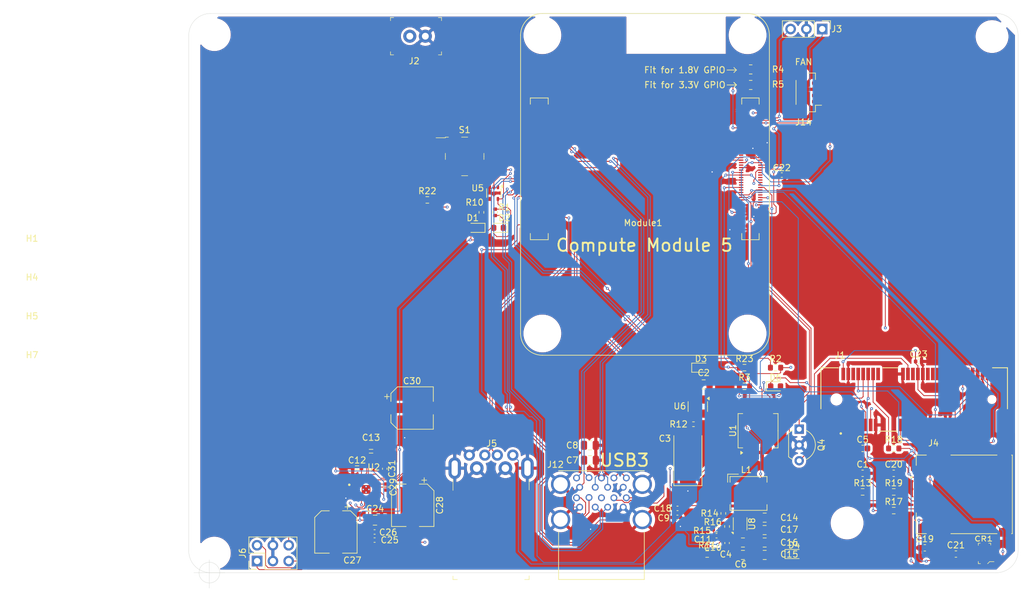
<source format=kicad_pcb>
(kicad_pcb (version 20241229) (generator "pcbnew") (generator_version "9.0")
  (layers (0 "F.Cu" signal) (4 "In1.Cu" power) (6 "In2.Cu" power) (2 "B.Cu" signal) (13 "F.Paste" user) (15 "B.Paste" user) (5 "F.SilkS" user "F.Silkscreen") (7 "B.SilkS" user "B.Silkscreen") (1 "F.Mask" user) (3 "B.Mask" user) (25 "Edge.Cuts" user))
  (net 0 "")
  (net 1 "GND")
  (net 2 "/PCIe-M2/SIM_VDD")
  (net 3 "/CM5_GPIO ( Ethernet, GPIO, SDCARD)/VBAT")
  (net 4 "/CM5_HighSpeed/VBUS")
  (net 5 "/CM5_HighSpeed/+5v")
  (net 6 "/PCIe-M2/M2_3v3")
  (net 7 "/PCIe-M2/FB")
  (net 8 "Net-(CR1-I{slash}O1)")
  (net 9 "Net-(D1-K)")
  (net 10 "Net-(D2-K)")
  (net 11 "Net-(CR1-I{slash}O2)")
  (net 12 "/CM5_GPIO ( Ethernet, GPIO, SDCARD)/nRPIBOOT")
  (net 13 "/CM5_GPIO ( Ethernet, GPIO, SDCARD)/EEPROM_nWP")
  (net 14 "/CM5_GPIO ( Ethernet, GPIO, SDCARD)/SYNC_OUT")
  (net 15 "Net-(R10-Pad2)")
  (net 16 "/+3.3v")
  (net 17 "/CM5_GPIO ( Ethernet, GPIO, SDCARD)/PMIC_ENABLE")
  (net 18 "/CM5_GPIO ( Ethernet, GPIO, SDCARD)/PWR_BUT")
  (net 19 "/CM5_GPIO ( Ethernet, GPIO, SDCARD)/WL_nDis")
  (net 20 "/CM5_GPIO ( Ethernet, GPIO, SDCARD)/BT_nDis")
  (net 21 "Net-(CR1-I{slash}O3)")
  (net 23 "Net-(D3-A)")
  (net 24 "Net-(D4-A)")
  (net 25 "Net-(D6-A)")
  (net 26 "/PCIe-M2/LED_WWAN")
  (net 27 "Net-(U2-MICBIAS_GPI2)")
  (net 28 "Net-(U2-VREF)")
  (net 31 "/+5v")
  (net 33 "/PCIe-M2/USB_DP")
  (net 34 "/PCIe-M2/W_DISABLE")
  (net 43 "/PCIe-M2/SIM_DATA")
  (net 47 "/CM5_HighSpeed/PCIE_RX_N")
  (net 49 "/CM5_HighSpeed/PCIE_RX_P")
  (net 52 "/CM5_HighSpeed/PCIE_TX_N")
  (net 53 "/PCIe-M2/PERST")
  (net 54 "/CM5_HighSpeed/PCIE_TX_P")
  (net 55 "/CM5_HighSpeed/PCIE_nCLKREQ")
  (net 56 "/CM5_HighSpeed/PCIE_CLK_N")
  (net 57 "/CM5_HighSpeed/PCIE_CLK_P")
  (net 59 "/PCIe-M2/SIM_CLK")
  (net 60 "/PCIe-M2/SIM_RST")
  (net 63 "/PCIe-M2/USB_DM")
  (net 65 "/CM5_HighSpeed/USB2_P")
  (net 66 "/CM5_HighSpeed/USB2_N")
  (net 67 "/CM5_GPIO ( Ethernet, GPIO, SDCARD)/DREG")
  (net 68 "/CM5_GPIO ( Ethernet, GPIO, SDCARD)/AREG")
  (net 69 "Net-(J6-Pin_2)")
  (net 73 "/CM5_GPIO ( Ethernet, GPIO, SDCARD)/CAM_GPIO0")
  (net 74 "/CM5_GPIO ( Ethernet, GPIO, SDCARD)/CAM_GPIO1")
  (net 76 "/CM5_GPIO ( Ethernet, GPIO, SDCARD)/SDA0")
  (net 77 "/CM5_GPIO ( Ethernet, GPIO, SDCARD)/ID_SC")
  (net 79 "/CM5_GPIO ( Ethernet, GPIO, SDCARD)/ID_SD")
  (net 83 "/CM5_GPIO ( Ethernet, GPIO, SDCARD)/SD_DAT1")
  (net 84 "/CM5_GPIO ( Ethernet, GPIO, SDCARD)/SD_DAT0")
  (net 85 "/CM5_GPIO ( Ethernet, GPIO, SDCARD)/SD_CLK")
  (net 86 "/CM5_GPIO ( Ethernet, GPIO, SDCARD)/SD_CMD")
  (net 87 "/CM5_GPIO ( Ethernet, GPIO, SDCARD)/SD_DAT3")
  (net 88 "/CM5_GPIO ( Ethernet, GPIO, SDCARD)/SD_DAT2")
  (net 89 "/CM5_GPIO ( Ethernet, GPIO, SDCARD)/GPIO2")
  (net 90 "/CM5_GPIO ( Ethernet, GPIO, SDCARD)/GPIO3")
  (net 91 "/CM5_GPIO ( Ethernet, GPIO, SDCARD)/GPIO4")
  (net 92 "/CM5_GPIO ( Ethernet, GPIO, SDCARD)/GPIO14")
  (net 93 "/CM5_GPIO ( Ethernet, GPIO, SDCARD)/GPIO15")
  (net 94 "/CM5_GPIO ( Ethernet, GPIO, SDCARD)/GPIO17")
  (net 95 "/CM5_GPIO ( Ethernet, GPIO, SDCARD)/GPIO18")
  (net 96 "/CM5_GPIO ( Ethernet, GPIO, SDCARD)/GPIO27")
  (net 97 "/CM5_GPIO ( Ethernet, GPIO, SDCARD)/GPIO22")
  (net 98 "/CM5_GPIO ( Ethernet, GPIO, SDCARD)/GPIO23")
  (net 99 "/CM5_GPIO ( Ethernet, GPIO, SDCARD)/GPIO24")
  (net 100 "/CM5_GPIO ( Ethernet, GPIO, SDCARD)/GPIO10")
  (net 101 "/CM5_GPIO ( Ethernet, GPIO, SDCARD)/GPIO9")
  (net 102 "/CM5_GPIO ( Ethernet, GPIO, SDCARD)/GPIO25")
  (net 103 "/CM5_GPIO ( Ethernet, GPIO, SDCARD)/GPIO11")
  (net 104 "/CM5_GPIO ( Ethernet, GPIO, SDCARD)/GPIO8")
  (net 105 "/CM5_GPIO ( Ethernet, GPIO, SDCARD)/GPIO7")
  (net 106 "/CM5_GPIO ( Ethernet, GPIO, SDCARD)/GPIO5")
  (net 107 "/CM5_GPIO ( Ethernet, GPIO, SDCARD)/GPIO6")
  (net 108 "/CM5_GPIO ( Ethernet, GPIO, SDCARD)/GPIO12")
  (net 109 "/CM5_GPIO ( Ethernet, GPIO, SDCARD)/GPIO13")
  (net 110 "/CM5_GPIO ( Ethernet, GPIO, SDCARD)/GPIO19")
  (net 111 "/CM5_GPIO ( Ethernet, GPIO, SDCARD)/GPIO16")
  (net 112 "/CM5_GPIO ( Ethernet, GPIO, SDCARD)/GPIO26")
  (net 113 "/CM5_GPIO ( Ethernet, GPIO, SDCARD)/GPIO20")
  (net 114 "/CM5_GPIO ( Ethernet, GPIO, SDCARD)/GPIO21")
  (net 129 "/CM5_GPIO ( Ethernet, GPIO, SDCARD)/SCL0")
  (net 130 "/CM5_HighSpeed/HDMI1_D2_N")
  (net 131 "/CM5_HighSpeed/HDMI1_D2_P")
  (net 132 "/CC1")
  (net 136 "/CC2")
  (net 138 "/CM5_HighSpeed/USB3-0-D_N")
  (net 139 "/CM5_HighSpeed/USB3-0-D_P")
  (net 140 "/CM5_HighSpeed/USB3-0-RX_N")
  (net 141 "/CM5_HighSpeed/USB3-0-RX_P")
  (net 142 "/CM5_HighSpeed/USB3-0-TX_N")
  (net 143 "/CM5_HighSpeed/USB3-0-TX_P")
  (net 144 "/CM5_HighSpeed/USB3-1-D_N")
  (net 145 "/CM5_HighSpeed/USB3-1-D_P")
  (net 146 "/CM5_HighSpeed/USB3-1-RX_N")
  (net 147 "/CM5_HighSpeed/USB3-1-RX_P")
  (net 148 "/CM5_HighSpeed/USB3-1-TX_N")
  (net 149 "/CM5_HighSpeed/USB3-1-TX_P")
  (net 150 "/CM5_GPIO ( Ethernet, GPIO, SDCARD)/TACHO")
  (net 151 "/CM5_GPIO ( Ethernet, GPIO, SDCARD)/PWM")
  (net 168 "Net-(J6-Pin_6)")
  (net 169 "Net-(J6-Pin_1)")
  (net 170 "Net-(R22-Pad2)")
  (net 174 "Net-(U8-LX)")
  (net 175 "/CM5_GPIO ( Ethernet, GPIO, SDCARD)/TRD3_P")
  (net 176 "/CM5_GPIO ( Ethernet, GPIO, SDCARD)/TRD1_P")
  (net 177 "/CM5_GPIO ( Ethernet, GPIO, SDCARD)/TRD3_N")
  (net 178 "/CM5_GPIO ( Ethernet, GPIO, SDCARD)/TRD1_N")
  (net 179 "/CM5_GPIO ( Ethernet, GPIO, SDCARD)/TRD2_N")
  (net 180 "/CM5_GPIO ( Ethernet, GPIO, SDCARD)/TRD0_N")
  (net 181 "/CM5_GPIO ( Ethernet, GPIO, SDCARD)/TRD2_P")
  (net 182 "/CM5_GPIO ( Ethernet, GPIO, SDCARD)/TRD0_P")
  (net 183 "/CM5_GPIO ( Ethernet, GPIO, SDCARD)/ETH_LEDY")
  (net 184 "/CM5_GPIO ( Ethernet, GPIO, SDCARD)/ETH_LEDG")
  (net 185 "Net-(Module1A-LED_nACT)")
  (net 191 "/CM5_GPIO ( Ethernet, GPIO, SDCARD)/SD_PWR_ON")
  (net 192 "/CM5_GPIO ( Ethernet, GPIO, SDCARD)/GPIO_VREF")
  (net 193 "/CM5_GPIO ( Ethernet, GPIO, SDCARD)/+1.8v")
  (net 194 "/CM5_GPIO ( Ethernet, GPIO, SDCARD)/nPWR_LED")
  (net 195 "/CM5_HighSpeed/PCIE_PWR_EN")
  (net 196 "/CM5_HighSpeed/PCIE_nWAKE")
  (net 197 "/CM5_HighSpeed/PCIE_nRST")
  (net 198 "/CM5_HighSpeed/VBUS_EN")
  (net 199 "Net-(U6-ILIM)")
  (net 204 "Net-(J6-Pin_5)")
  (net 206 "/CM5_HighSpeed/USBOTG_ID")
  (footprint "Resistor_SMD:R_0402_1005Metric" (layer "F.Cu") (at 152.7 102 90)
    (property "Reference" "R10")
    (property "Value" "1k")
  )
  (footprint "LED_SMD:LED_0603_1608Metric" (layer "F.Cu") (at 155.45 104.5 180)
    (property "Reference" "D2")
    (property "Value" "LED Green")
  )
  (footprint "LED_SMD:LED_0603_1608Metric" (layer "F.Cu") (at 151.8 104.5 180)
    (property "Reference" "D1")
    (property "Value" "LED Red")
  )
  (footprint "Resistor_SMD:R_0402_1005Metric" (layer "F.Cu") (at 154.9 102 90)
    (property "Reference" "R1")
    (property "Value" "1k")
  )
  (footprint "Package_TO_SOT_SMD:SOT-353_SC-70-5" (layer "F.Cu") (at 154.7 98.9 -90)
    (property "Reference" "U5")
    (property "Value" "74LVC1G07SE-7")
  )
  (footprint "CM5IO:MountingHole_2.7mm_M2.5_DIN965" (layer "F.Cu") (at 109.75 156.85)
    (property "Reference" "H2" (hide yes))
    (property "Value" "MountingHole")
  )
  (footprint "CM5IO:MountingHole_2.7mm_M2.5_DIN965" (layer "F.Cu") (at 109.75 73.4)
    (property "Reference" "H3" (hide yes))
    (property "Value" "MountingHole")
  )
  (footprint "CM5IO:MountingHole_2.7mm_M2.5_DIN965" (layer "F.Cu") (at 234.81 73.71)
    (property "Reference" "H6" (hide yes))
    (property "Value" "MountingHole")
  )
  (footprint "CM5IO:MountingHole_2.7mm_M2.5_DIN965" (layer "F.Cu") (at 211.5 152)
    (property "Reference" "H8" (hide yes))
    (property "Value" "MountingHole")
  )
  (footprint "Resistor_SMD:R_0805_2012Metric_Pad1.20x1.40mm_HandSolder" (layer "F.Cu") (at 196 79)
    (property "Reference" "R4")
    (property "Value" "nf")
  )
  (footprint "Resistor_SMD:R_0805_2012Metric_Pad1.20x1.40mm_HandSolder" (layer "F.Cu") (at 196 81.5)
    (property "Reference" "R5")
    (property "Value" "0R")
  )
  (footprint "Package_DFN_QFN:DFN-8-1EP_2x2mm_P0.5mm_EP1.05x1.75mm" (layer "F.Cu") (at 194.3 152.1425 90)
    (property "Reference" "U8")
    (property "Value" "AP3441SHE-7B")
  )
  (footprint "Connector_PinHeader_2.54mm:PinHeader_1x03_P2.54mm_Vertical" (layer "F.Cu") (at 207.5 72.5 -90)
    (property "Reference" "J3")
    (property "Value" "Conn_01x03")
  )
  (footprint "Capacitor_SMD:C_0402_1005Metric" (layer "F.Cu") (at 201 96)
    (property "Reference" "C22")
    (property "Value" "100n")
  )
  (footprint "Capacitor_SMD:C_0805_2012Metric" (layer "F.Cu") (at 194.75 157.1425)
    (property "Reference" "C6")
    (property "Value" "10u")
  )
  (footprint "Capacitor_SMD:C_0805_2012Metric" (layer "F.Cu") (at 198.25 155.1425 180)
    (property "Reference" "C16")
    (property "Value" "10u")
  )
  (footprint "Capacitor_SMD:CP_Elec_6.3x5.9" (layer "F.Cu") (at 141.55 133.5)
    (property "Reference" "C30")
    (property "Value" "10uF")
  )
  (footprint "Resistor_SMD:R_0603_1608Metric" (layer "F.Cu") (at 144 100)
    (property "Reference" "R22")
    (property "Value" "1K")
  )
  (footprint "digikey-footprints:PinHeader_1x2_P2.5mm_Drill1.1mm" (layer "F.Cu") (at 143.68 73.655 180)
    (property "Reference" "J2")
    (property "Value" "B2B-XH-A_LF__SN_")
  )
  (footprint "digikey-footprints:0603" (layer "F.Cu") (at 134.95 140.45)
    (property "Reference" "C13")
    (property "Value" "1uF")
  )
  (footprint "Capacitor_SMD:C_0402_1005Metric" (layer "F.Cu") (at 192.2 155.2275 -90)
    (property "Reference" "C10")
    (property "Value" "100n")
  )
  (footprint "Capacitor_SMD:C_0402_1005Metric" (layer "F.Cu") (at 190.5 154.0425)
    (property "Reference" "C11")
    (property "Value" "4.7nF")
  )
  (footprint "Resistor_SMD:R_0603_1608Metric" (layer "F.Cu") (at 189 157)
    (property "Reference" "R11")
    (property "Value" "330")
  )
  (footprint "Capacitor_SMD:C_0805_2012Metric" (layer "F.Cu") (at 170.1375 139.5)
    (property "Reference" "C8")
    (property "Value" "10u")
  )
  (footprint "Capacitor_SMD:C_0603_1608Metric" (layer "F.Cu") (at 219 144)
    (property "Reference" "C20")
    (property "Value" "33pF")
  )
  (footprint "CM5IO:MTCONN_UBAF30-D2011" (layer "F.Cu") (at 172 151.45)
    (property "Reference" "J12")
    (property "Value" "USB3_A")
  )
  (footprint "0679105700:MOLEX_67910-5700" (layer "F.Cu") (at 220.4875 132.121)
    (property "Reference" "J1")
    (property "Value" "67910-5700")
  )
  (footprint "Resistor_SMD:R_0603_1608Metric" (layer "F.Cu") (at 219 147)
    (property "Reference" "R19")
    (property "Value" "15K")
  )
  (footprint "Connector_JST:JST_SH_BM04B-SRSS-TB_1x04-1MP_P1.00mm_Vertical" (layer "F.Cu") (at 205.3 82.7 90)
    (property "Reference" "J14")
    (property "Value" "JST_SHBM04B-SRSS-TB")
  )
  (footprint "Capacitor_SMD:C_0402_1005Metric" (layer "F.Cu") (at 137.15 143.27 -90)
    (property "Reference" "C31")
    (property "Value" "100n")
  )
  (footprint "digikey-footprints:Switch_Tactile_SMD_6x6mm_PTS645" (layer "F.Cu") (at 150 93)
    (property "Reference" "S1")
    (property "Value" "PTS645SM43SMTR92_LFS")
  )
  (footprint "Capacitor_SMD:C_0805_2012Metric" (layer "F.Cu") (at 188.4375 129.7 180)
    (property "Reference" "C2")
    (property "Value" "10u")
  )
  (footprint "Capacitor_Tantalum_SMD:CP_EIA-7343-31_Kemet-D" (layer "F.Cu") (at 185.9 141.5875 90)
    (property "Reference" "C3")
    (property "Value" "100uF")
  )
  (footprint "CM5IO:MountingHole_2.7mm_M2.5_DIN965" (layer "F.Cu") (at 80.43 115.81)
    (property "Reference" "H4")
    (property "Value" "MountingHole")
  )
  (footprint "Capacitor_SMD:C_0805_2012Metric" (layer "F.Cu") (at 198.2375 153.1425 180)
    (property "Reference" "C17")
    (property "Value" "10u")
  )
  (footprint "CM5IO:MountingHole_2.7mm_M2.5_DIN965" (layer "F.Cu") (at 80.43 128.31)
    (property "Reference" "H7")
    (property "Value" "MountingHole")
  )
  (footprint "Resistor_SMD:R_0603_1608Metric" (layer "F.Cu") (at 214 147)
    (property "Reference" "R13")
    (property "Value" "22R")
  )
  (footprint "Capacitor_SMD:C_0402_1005Metric" (layer "F.Cu") (at 135.52 153.45)
    (property "Reference" "C26")
    (property "Value" "100n")
  )
  (footprint "Resistor_SMD:R_0603_1608Metric" (layer "F.Cu") (at 219 150)
    (property "Reference" "R17")
    (property "Value" "22R")
  )
  (footprint "Package_TO_SOT_SMD:SOT-23-6" (layer "F.Cu") (at 187.5 133.2625 -90)
    (property "Reference" "U6")
    (property "Value" "AP22653W6")
  )
  (footprint "CM5IO:L_Bourns_SRP5030CC" (layer "F.Cu") (at 195.65 147.2425)
    (property "Reference" "L1")
    (property "Value" "2.2uH")
  )
  (footprint "TLV320ADC6120IRTER:IC_TLV320ADC6120IRTER" (layer "F.Cu") (at 134.15 146.6)
    (property "Reference" "U2")
    (property "Value" "TLV320ADC6120IRTER")
  )
  (footprint "Capacitor_SMD:C_0402_1005Metric" (layer "F.Cu") (at 184.23 149.65 180)
    (property "Reference" "C18")
    (property "Value" "100n")
  )
  (footprint "LED_SMD:LED_0603_1608Metric" (layer "F.Cu") (at 188 127)
    (property "Reference" "D3")
    (property "Value" "LED Red")
  )
  (footprint "Resistor_SMD:R_0603_1608Metric" (layer "F.Cu") (at 200 127)
    (property "Reference" "R2")
    (property "Value" "330")
  )
  (footprint "Package_SO:SOIC-8_5.3x6.2mm_P1.27mm" (layer "F.Cu") (at 197.185 137.15 90)
    (property "Reference" "U1")
    (property "Value" "CAT24C128")
  )
  (footprint "Capacitor_SMD:C_0402_1005Metric" (layer "F.Cu") (at 135.52 154.75)
    (property "Reference" "C25")
    (property "Value" "100n")
  )
  (footprint "Capacitor_SMD:C_0603_1608Metric" (layer "F.Cu") (at 214 144)
    (property "Reference" "C1")
    (property "Value" "0.1uF")
  )
  (footprint "Resistor_SMD:R_0402_1005Metric" (layer "F.Cu") (at 192.2 152.5575 90)
    (property "Reference" "R16")
    (property "Value" "2.2K 1%")
  )
  (footprint "Capacitor_SMD:C_0603_1608Metric" (layer "F.Cu") (at 224 156)
    (property "Reference" "C19")
    (property "Value" "33pF")
  )
  (footprint "Capacitor_SMD:C_0805_2012Metric" (layer "F.Cu") (at 170.15 141.9)
    (property "Reference" "C7")
    (property "Value" "10u")
  )
  (footprint "digikey-footprints:SOT23-6L" (layer "F.Cu") (at 233.6 156.9 90)
    (property "Reference" "CR1")
    (property "Value" "DALC208SC6")
  )
  (footprint "Resistor_SMD:R_0402_1005Metric" (layer "F.Cu") (at 190.5 153.0425)
    (property "Reference" "R15")
    (property "Value" "10K 1%")
  )
  (footprint "Resistor_SMD:R_0402_1005Metric" (layer "F.Cu") (at 186.8 136.1 180)
    (property "Reference" "R12")
    (property "Value" "15K 1%")
  )
  (footprint "Connector_PinHeader_2.54mm:PinHeader_2x03_P2.54mm_Vertical" (layer "F.Cu") (at 116.625 158.125 90)
    (property "Reference" "J6")
    (property "Value" "Conn_02x03_Counter_Clockwise")
  )
  (footprint "Resistor_SMD:R_0603_1608Metric" (layer "F.Cu") (at 195 130)
    (property "Reference" "R3")
    (property "Value" "330")
  )
  (footprint "Capacitor_SMD:C_0805_2012Metric" (layer "F.Cu") (at 198.25 157.1425 180)
    (property "Reference" "C15")
    (property "Value" "10u")
  )
  (footprint "digikey-footprints:0805" (layer "F.Cu") (at 135.6 151.55)
    (property "Reference" "C24")
    (property "Value" "1uF")
  )
  (footprint "Capacitor_SMD:C_0805_2012Metric" (layer "F.Cu") (at 198.25 151.1425 180)
    (property "Reference" "C14")
    (property "Value" "10u")
  )
  (footprint "Capacitor_SMD:C_0402_1005Metric" (layer "F.Cu") (at 184.22 151.1 180)
    (property "Reference" "C9")
    (property "Value" "100n")
  )
  (footprint "Resistor_SMD:R_0603_1608Metric" (layer "F.Cu") (at 219 140)
    (property "Reference" "R18")
    (property "Value" "22R")
  )
  (footprint "Capacitor_SMD:CP_Elec_6.3x5.9" (layer "F.Cu") (at 141.65 149.15 -90)
    (property "Reference" "C28")
    (property "Value" "10uF")
  )
  (footprint "Package_TO_SOT_THT:TO-92L_Inline_Wide" (layer "F.Cu") (at 203.8 136.9 -90)
    (property "Reference" "Q4")
    (property "Value" "DTC143Z")
  )
  (footprint "Resistor_SMD:R_0402_1005Metric" (layer "F.Cu") (at 191.6 150.4575 -90)
    (property "Reference" "R14")
    (property "Value" "100K 1%")
  )
  (footprint "Capacitor_SMD:CP_Elec_6.3x5.9" (layer "F.Cu") (at 129.3 153.45 -90)
    (property "Reference" "C27")
    (property "Value" "10uF")
  )
  (footprint "Resistor_SMD:R_0603_1608Metric" (layer "F.Cu") (at 195 127)
    (property "Reference" "R23")
    (property "Value" "10K")
  )
  (footprint "digikey-footprints:USB_Male_A_UP2-AH-1-TH" (layer "F.Cu") (at 154.25 143.175)
    (property "Reference" "J5")
    (property "Value" "UP2-AH-1-TH")
  )
  (footprint "Capacitor_SMD:C_0603_1608Metric" (layer "F.Cu") (at 229 157)
    (property "Reference" "C21")
    (property "Value" "33pF")
  )
  (footprint "CM5IO:MountingHole_2.7mm_M2.5_DIN965" (layer "F.Cu") (at 80.43 109.56)
    (property "Reference" "H1")
    (property "Value" "MountingHole")
  )
  (footprint "Capacitor_SMD:C_0402_1005Metric" (layer "F.Cu") (at 137.35 146.22 -90)
    (property "Reference" "C29")
    (property "Value" "100n")
  )
  (footprint "CM5IO:Raspberry-Pi-5-Compute-Module" (layer "F.Cu") (at 195.5 73.5 180)
    (property "Reference" "Module1")
    (property "Value" "ComputeModule5-CM5")
  )
  (footprint "0786463001:MOLEX_0786463001" (layer "F.Cu") (at 230.345 147.395)
    (property "Reference" "J4")
    (property "Value" "0786463001")
  )
  (footprint "Capacitor_SMD:C_0402_1005Metric" (layer "F.Cu") (at 223 126)
    (property "Reference" "C23")
    (property "Value" "100n")
  )
  (footprint "LED_SMD:LED_0603_1608Metric" (layer "F.Cu") (at 203 157)
    (property "Reference" "D4")
    (property "Value" "LED Red")
  )
  (footprint "Capacitor_SMD:C_0805_2012Metric" (layer "F.Cu") (at 194.75 155.1425)
    (property "Reference" "C4")
    (property "Value" "10u")
  )
  (footprint "digikey-footprints:0603" (layer "F.Cu") (at 132.7 143.1 180)
    (property "Reference" "C12")
    (property "Value" "1uF")
  )
  (footprint "Capacitor_SMD:C_0603_1608Metric" (layer "F.Cu") (at 214 140)
    (property "Reference" "C5")
    (property "Value" "33pF")
  )
  (footprint "CM5IO:MountingHole_2.7mm_M2.5_DIN965" (layer "F.Cu") (at 80.43 122.06)
    (property "Reference" "H5")
    (property "Value" "MountingHole")
  )
  (footprint "LED_SMD:LED_0603_1608Metric" (layer "F.Cu") (at 200 130)
    (property "Reference" "D6")
    (property "Value" "LED Red")
  )
  (gr_line (start 192.2 81.5) (end 193.7 81.5) (stroke (width 0.12)) (layer "F.SilkS"))
  (gr_line (start 192.2 79.1) (end 193.7 79.1) (stroke (width 0.12)) (layer "F.SilkS"))
  (gr_line (start 193.7 81.5) (end 193.3 81.9) (stroke (width 0.12)) (layer "F.SilkS"))
  (gr_line (start 193.7 81.5) (end 193.3 81.1) (stroke (width 0.12)) (layer "F.SilkS"))
  (gr_line (start 193.3 81.1) (end 193.7 81.5) (stroke (width 0.12)) (layer "F.SilkS"))
  (gr_line (start 193.7 79.1) (end 193.3 78.7) (stroke (width 0.12)) (layer "F.SilkS"))
  (gr_line (start 193.7 79.1) (end 193.3 79.5) (stroke (width 0.12)) (layer "F.SilkS"))
  (gr_line (start 239 156.5) (end 239 73.5) (stroke (width 0.05)) (layer "Edge.Cuts"))
  (gr_line (start 235.5 70) (end 109.14 70) (stroke (width 0.05)) (layer "Edge.Cuts"))
  (gr_line (start 105.64 156.5) (end 105.64 73.5) (stroke (width 0.05)) (layer "Edge.Cuts"))
  (gr_arc (start 105.64 73.5) (mid 106.665126 71.025126) (end 109.14 70) (stroke (width 0.05)) (layer "Edge.Cuts"))
  (gr_line (start 109.14 160) (end 235.5 160) (stroke (width 0.05)) (layer "Edge.Cuts"))
  (gr_arc (start 109.14 160) (mid 106.665126 158.974874) (end 105.64 156.5) (stroke (width 0.05)) (layer "Edge.Cuts"))
  (gr_arc (start 235.5 70) (mid 237.974874 71.025126) (end 239 73.5) (stroke (width 0.05)) (layer "Edge.Cuts"))
  (gr_arc (start 239 156.5) (mid 237.974874 158.974874) (end 235.5 160) (stroke (width 0.05)) (layer "Edge.Cuts"))
  (gr_text "Fit for 3.3V GPIO " (at 185.8 81.5 0) (layer "F.SilkS") (effects (font (size 1 1))))
  (gr_text "FAN" (at 204.5 77.8 0) (layer "F.SilkS") (effects (font (size 1 1))))
  (gr_text "Fit for 1.8V GPIO" (at 185.4 79.1 0) (layer "F.SilkS") (effects (font (size 1 1))))
  (gr_text "USB3" (at 175.7 141.9 0) (layer "F.SilkS") (effects (font (size 2 2) (thickness 0.3))))
  (gr_text "Compute Module 5" (at 178.9 107.3 0) (layer "F.SilkS") (effects (font (size 2 2) (thickness 0.3))))
  (target plus (at 108.95 159.99) (size 5) (width 0.05) (layer "Edge.Cuts"))
  (segment (start 163.54 98.8) (end 160.46 98.8) (width 0.13) (layer "F.Cu") (net 1))
  (segment (start 163.54 102.4) (end 160.46 102.4) (width 0.13) (layer "F.Cu") (net 1))
  (segment (start 194.46 102.4) (end 193.4 102.4) (width 0.13) (layer "F.Cu") (net 1))
  (segment (start 196.5 101.95) (end 196.5 102.65) (width 0.13) (layer "F.Cu") (net 1))
  (segment (start 140.2 142.45) (end 143.15 139.5) (width 0.13) (layer "F.Cu") (net 1))
  (segment (start 132.9 148) (end 130.9 148) (width 0.13) (layer "F.Cu") (net 1))
  (segment (start 193.4 102.4) (end 193.3 102.5) (width 0.13) (layer "F.Cu") (net 1))
  (segment (start 197.54 90.8) (end 198.65 90.8) (width 0.13) (layer "F.Cu") (net 1))
  (segment (start 193.1 98.8) (end 193 98.7) (width 0.13) (layer "F.Cu") (net 1))
  (segment (start 196.5 101.45) (end 196.5 101.95) (width 0.13) (layer "F.Cu") (net 1))
  (segment (start 194.46 90.4) (end 193.35 90.4) (width 0.13) (layer "F.Cu") (net 1))
  (segment (start 193.3 103.45) (end 193.15 103.6) (width 0.13) (layer "F.Cu") (net 1))
  (segment (start 194.46 100.8) (end 195.2 100.8) (width 0.13) (layer "F.Cu") (net 1))
  (segment (start 195.2 100.8) (end 195.35 100.95) (width 0.13) (layer "F.Cu") (net 1))
  (segment (start 197.54 93.2) (end 197.06 93.2) (width 0.13) (layer "F.Cu") (net 1))
  (segment (start 161.6 96.4) (end 161.9 96.7) (width 0.13) (layer "F.Cu") (net 1))
  (segment (start 193.25 90.5) (end 193.25 91.9) (width 0.13) (layer "F.Cu") (net 1))
  (segment (start 197.06 93.2) (end 196.35 92.49) (width 0.13) (layer "F.Cu") (net 1))
  (segment (start 200.3 93.2) (end 197.54 93.2) (width 0.13) (layer "F.Cu") (net 1))
  (segment (start 191.1 96.8) (end 189.8 95.5) (width 0.13) (layer "F.Cu") (net 1))
  (segment (start 195.35 102.2) (end 195.15 102.4) (width 0.13) (layer "F.Cu") (net 1))
  (segment (start 163.54 91.6) (end 160.46 91.6) (width 0.13) (layer "F.Cu") (net 1))
  (segment (start 193.25 91.9) (end 193.35 92) (width 0.13) (layer "F.Cu") (net 1))
  (segment (start 199.95 94.45) (end 200.5 93.9) (width 0.13) (layer "F.Cu") (net 1))
  (segment (start 135.4 148) (end 136.65 149.25) (width 0.13) (layer "F.Cu") (net 1))
  (segment (start 143.15 139.5) (end 149.175 139.5) (width 0.13) (layer "F.Cu") (net 1))
  (segment (start 161.9 97.2) (end 161.9 96.7) (width 0.13) (layer "F.Cu") (net 1))
  (segment (start 161.9 96.7) (end 161 97.6) (width 0.13) (layer "F.Cu") (net 1))
  (segment (start 196.5 102) (end 196.9 102.4) (width 0.13) (layer "F.Cu") (net 1))
  (segment (start 163.54 85.6) (end 160.46 85.6) (width 0.13) (layer "F.Cu") (net 1))
  (segment (start 163.54 89.2) (end 160.46 89.2) (width 0.13) (layer "F.Cu") (net 1))
  (segment (start 197.54 103.6) (end 196.85 103.6) (width 0.13) (layer "F.Cu") (net 1))
  (segment (start 195.6 94.8) (end 195.65 94.75) (width 0.13) (layer "F.Cu") (net 1))
  (segment (start 194.46 98.8) (end 193.1 98.8) (width 0.13) (layer "F.Cu") (net 1))
  (segment (start 163.54 101.2) (end 160.46 101.2) (width 0.13) (layer "F.Cu") (net 1))
  (segment (start 196.5 101.95) (end 196.5 102) (width 0.13) (layer "F.Cu") (net 1))
  (segment (start 135.4 145.2) (end 135.544 145.056) (width 0.13) (layer "F.Cu") (net 1))
  (segment (start 196.4 100.55) (end 196.4 101.35) (width 0.13) (layer "F.Cu") (net 1))
  (segment (start 163.54 94) (end 160.46 94) (width 0.13) (layer "F.Cu") (net 1))
  (segment (start 163.54 86.8) (end 160.46 86.8) (width 0.13) (layer "F.Cu") (net 1))
  (segment (start 196.5 103.25) (end 196.5 102.65) (width 0.13) (layer "F.Cu") (net 1))
  (segment (start 196.85 103.6) (end 196.5 103.25) (width 0.13) (layer "F.Cu") (net 1))
  (segment (start 196.65 92) (end 196.35 91.7) (width 0.13) (layer "F.Cu") (net 1))
  (segment (start 200.5 93.9) (end 200.5 93.4) (width 0.13) (layer "F.Cu") (net 1))
  (segment (start 194.46 85.6) (end 193.55 85.6) (width 0.13) (layer "F.Cu") (net 1))
  (segment (start 195.15 102.4) (end 194.46 102.4) (width 0.13) (layer "F.Cu") (net 1))
  (segment (start 132 144.3) (end 132 143.1) (width 0.13) (layer "F.Cu") (net 1))
  (segment (start 137.512038 143.75) (end 139.08 142.182038) (width 0.13) (layer "F.Cu") (net 1))
  (segment (start 196.2 99.95) (end 196.6 100.35) (width 0.13) (layer "F.Cu") (net 1))
  (segment (start 196.2 99.087962) (end 196.2 99.95) (width 0.13) (layer "F.Cu") (net 1))
  (segment (start 135.544 145.056) (end 138.956039 145.056) (width 0.13) (layer "F.Cu") (net 1))
  (segment (start 200.5 93.4) (end 200.3 93.2) (width 0.13) (layer "F.Cu") (net 1))
  (segment (start 162.3 97.6) (end 161.9 97.2) (width 0.13) (layer "F.Cu") (net 1))
  (segment (start 139.08 139.56) (end 140.36 138.28) (width 0.13) (layer "F.Cu") (net 1))
  (segment (start 163.54 92.8) (end 160.46 92.8) (width 0.13) (layer "F.Cu") (net 1))
  (segment (start 196.35 92.49) (end 196.35 91.7) (width 0.13) (layer "F.Cu") (net 1))
  (segment (start 161 97.6) (end 160.46 97.6) (width 0.13) (layer "F.Cu") (net 1))
  (segment (start 163.54 88) (end 160.46 88) (width 0.13) (layer "F.Cu") (net 1))
  (segment (start 193.1 103.6) (end 192.65 104.05) (width 0.13) (layer "F.Cu") (net 1))
  (segment (start 149.175 139.5) (end 150.75 141.075) (width 0.13) (layer "F.Cu") (net 1))
  (segment (start 136.65 149.25) (end 136.65 151.55) (width 0.13) (layer "F.Cu") (net 1))
  (segment (start 193.55 85.6) (end 193.5 85.65) (width 0.13) (layer "F.Cu") (net 1))
  (segment (start 194.46 96.8) (end 191.1 96.8) (width 0.13) (layer "F.Cu") (net 1))
  (segment (start 132.9 145.2) (end 132 144.3) (width 0.13) (layer "F.Cu") (net 1))
  (segment (start 196.6 100.35) (end 196.4 100.55) (width 0.13) (layer "F.Cu") (net 1))
  (segment (start 192.65 104.05) (end 192.65 104.8) (width 0.13) (layer "F.Cu") (net 1))
  (segment (start 163.54 97.6) (end 162.3 97.6) (width 0.13) (layer "F.Cu") (net 1))
  (segment (start 193.3 102.5) (end 193.3 103.45) (width 0.13) (layer "F.Cu") (net 1))
  (segment (start 160.46 96.4) (end 161.6 96.4) (width 0.13) (layer "F.Cu") (net 1))
  (segment (start 197.54 98.4) (end 196.887962 98.4) (width 0.13) (layer "F.Cu") (net 1))
  (segment (start 197.49 100.35) (end 196.6 100.35) (width 0.13) (layer "F.Cu") (net 1))
  (segment (start 194.46 104.8) (end 192.65 104.8) (width 0.13) (layer "F.Cu") (net 1))
  (segment (start 139.08 142.182038) (end 139.08 140.97) (width 0.13) (layer "F.Cu") (net 1))
  (segment (start 197.54 92) (end 196.65 92) (width 0.13) (layer "F.Cu") (net 1))
  (segment (start 139.08 140.97) (end 139.08 139.56) (width 0.13) (layer "F.Cu") (net 1))
  (segment (start 196.887962 98.4) (end 196.2 99.087962) (width 0.13) (layer "F.Cu") (net 1))
  (segment (start 194.46 92) (end 193.35 92) (width 0.13) (layer "F.Cu") (net 1))
  (segment (start 197.54 94.4) (end 199.9 94.4) (width 0.13) (layer "F.Cu") (net 1))
  (segment (start 163.54 103.6) (end 160.46 103.6) (width 0.13) (layer "F.Cu") (net 1))
  (segment (start 194.46 103.6) (end 193.15 103.6) (width 0.13) (layer "F.Cu") (net 1))
  (segment (start 137.15 143.75) (end 137.512038 143.75) (width 0.13) (layer "F.Cu") (net 1))
  (segment (start 199.9 94.4) (end 199.95 94.45) (width 0.13) (layer "F.Cu") (net 1))
  (segment (start 138.956039 145.056) (end 140.2 143.812039) (width 0.13) (layer "F.Cu") (net 1))
  (segment (start 140.2 143.812039) (end 140.2 142.45) (width 0.13) (layer "F.Cu") (net 1))
  (segment (start 196.9 102.4) (end 197.54 102.4) (width 0.13) (layer "F.Cu") (net 1))
  (segment (start 163.54 90.4) (end 160.46 90.4) (width 0.13) (layer "F.Cu") (net 1))
  (segment (start 194.46 94.8) (end 195.6 94.8) (width 0.13) (layer "F.Cu") (net 1))
  (segment (start 194.46 93.2) (end 193.55 93.2) (width 0.13) (layer "F.Cu") (net 1))
  (segment (start 196.4 101.35) (end 196.5 101.45) (width 0.13) (layer "F.Cu") (net 1))
  (segment (start 193.35 90.4) (end 193.25 90.5) (width 0.13) (layer "F.Cu") (net 1))
  (segment (start 193.15 103.6) (end 193.1 103.6) (width 0.13) (layer "F.Cu") (net 1))
  (segment (start 197.54 100.4) (end 197.49 100.35) (width 0.13) (layer "F.Cu") (net 1))
  (segment (start 163.54 100) (end 160.46 100) (width 0.13) (layer "F.Cu") (net 1))
  (segment (start 195.35 100.95) (end 195.35 102.2) (width 0.13) (layer "F.Cu") (net 1))
  (via (at 192.65 104.8) (size 0.45) (drill 0.2) (layers "F.Cu" "B.Cu") (net 1))
  (via (at 189.8 95.5) (size 0.45) (drill 0.2) (layers "F.Cu" "B.Cu") (net 1))
  (via (at 130.9 148) (size 0.45) (drill 0.2) (layers "F.Cu" "B.Cu") (net 1))
  (via (at 196.5 102.65) (size 0.45) (drill 0.2) (layers "F.Cu" "B.Cu") (net 1))
  (via (at 140.36 138.28) (size 0.45) (drill 0.2) (layers "F.Cu" "B.Cu") (net 1))
  (via (at 198.65 90.8) (size 0.45) (drill 0.2) (layers "F.Cu" "B.Cu") (net 1))
  (via (at 196.35 91.7) (size 0.45) (drill 0.2) (layers "F.Cu" "B.Cu") (net 1))
  (segment (start 140.43 138.35) (end 141.15 138.35) (width 0.13) (layer "B.Cu") (net 1))
  (segment (start 140.36 138.28) (end 140.43 138.35) (width 0.13) (layer "B.Cu") (net 1))
  (segment (start 213.225 144) (end 213.225 145.175) (width 0.13) (layer "F.Cu") (net 2))
  (segment (start 232.45 157.85) (end 232.45 158.65) (width 0.13) (layer "F.Cu") (net 2))
  (segment (start 213.3 130.75) (end 213.3 130.45) (width 0.13) (layer "F.Cu") (net 2))
  (segment (start 232.3 158.8) (end 222.5 158.8) (width 0.13) (layer "F.Cu") (net 2))
  (segment (start 221.3 143.2) (end 220.5 142.4) (width 0.13) (layer "F.Cu") (net 2))
  (segment (start 213.5 145.5) (end 215.45 145.5) (width 0.13) (layer "F.Cu") (net 2))
  (segment (start 221.45 144.1) (end 221.3 143.95) (width 0.13) (layer "F.Cu") (net 2))
  (segment (start 218.175 147) (end 218.175 144.05) (width 0.13) (layer "F.Cu") (net 2))
  (segment (start 216.95 147) (end 218.175 147) (width 0.13) (layer "F.Cu") (net 2))
  (segment (start 232.45 158.65) (end 232.3 158.8) (width 0.13) (layer "F.Cu") (net 2))
  (segment (start 213.225 145.175) (end 213.2 145.2) (width 0.13) (layer "F.Cu") (net 2))
  (segment (start 222.5 158.8) (end 221.8 158.1) (width 0.13) (layer "F.Cu") (net 2))
  (segment (start 220.5 142.4) (end 218.5 142.4) (width 0.13) (layer "F.Cu") (net 2))
  (segment (start 221.3 143.95) (end 221.3 143.2) (width 0.13) (layer "F.Cu") (net 2))
  (segment (start 218.225 142.675) (end 218.225 144) (width 0.13) (layer "F.Cu") (net 2))
  (segment (start 215.45 145.5) (end 216.95 147) (width 0.13) (layer "F.Cu") (net 2))
  (segment (start 221.99 144.64) (end 221.45 144.1) (width 0.13) (layer "F.Cu") (net 2))
  (segment (start 213.3 130.45) (end 213.2875 130.4375) (width 0.13) (layer "F.Cu") (net 2))
  (segment (start 213.2 145.2) (end 213.5 145.5) (width 0.13) (layer "F.Cu") (net 2))
  (segment (start 218.5 142.4) (end 218.225 142.675) (width 0.13) (layer "F.Cu") (net 2))
  (segment (start 213.2875 130.4375) (end 213.2875 128.021) (width 0.13) (layer "F.Cu") (net 2))
  (segment (start 223.05 144.64) (end 221.99 144.64) (width 0.13) (layer "F.Cu") (net 2))
  (via (at 213.3 130.75) (size 0.45) (drill 0.2) (layers "F.Cu" "B.Cu") (net 2))
  (via (at 221.45 144.1) (size 0.45) (drill 0.2) (layers "F.Cu" "B.Cu") (net 2))
  (via (at 221.8 158.1) (size 0.45) (drill 0.2) (layers "F.Cu" "B.Cu") (net 2))
  (segment (start 220.9 138.7) (end 219.8 138.7) (width 0.13) (layer "B.Cu") (net 2))
  (segment (start 218 130.75) (end 219.8 132.55) (width 0.13) (layer "B.Cu") (net 2))
  (segment (start 218 130.75) (end 213.3 130.75) (width 0.13) (layer "B.Cu") (net 2))
  (segment (start 222.4 140.8) (end 222.4 140.2) (width 0.13) (layer "B.Cu") (net 2))
  (segment (start 222.4 140.2) (end 220.9 138.7) (width 0.13) (layer "B.Cu") (net 2))
  (segment (start 219.8 138.7) (end 219.8 132.55) (width 0.13) (layer "B.Cu") (net 2))
  (segment (start 221.8 158.1) (end 221.8 144.45) (width 0.13) (layer "B.Cu") (net 2))
  (segment (start 221.45 144.1) (end 221.45 141.75) (width 0.13) (layer "B.Cu") (net 2))
  (segment (start 221.8 144.45) (end 221.45 144.1) (width 0.13) (layer "B.Cu") (net 2))
  (segment (start 221.45 141.75) (end 222.4 140.8) (width 0.13) (layer "B.Cu") (net 2))
  (segment (start 185.35 142.4) (end 185.1 142.15) (width 0.13) (layer "F.Cu") (net 4))
  (segment (start 169.1875 139.5) (end 169.1875 141.8875) (width 0.13) (layer "F.Cu") (net 4))
  (segment (start 180.4 148.8) (end 177.95 148.8) (width 0.13) (layer "F.Cu") (net 4))
  (segment (start 180.95 148.8) (end 180.4 148.8) (width 0.13) (layer "F.Cu") (net 4))
  (segment (start 175.25 151.5) (end 175.15 151.5) (width 0.13) (layer "F.Cu") (net 4))
  (segment (start 177.2 149.55) (end 175.25 151.5) (width 0.13) (layer "F.Cu") (net 4))
  (segment (start 185.1 142.15) (end 182.9 142.15) (width 0.13) (layer "F.Cu") (net 4))
  (segment (start 189.65 134.4) (end 188.45 134.4) (width 0.13) (layer "F.Cu") (net 4))
  (segment (start 182.05 147.7) (end 180.95 148.8) (width 0.13) (layer "F.Cu") (net 4))
  (segment (start 189.95 134.7) (end 189.65 134.4) (width 0.13) (layer "F.Cu") (net 4))
  (segment (start 171.75 151.5) (end 170.25 153) (width 0.13) (layer "F.Cu") (net 4))
  (segment (start 169.2 141.9) (end 169.2 145.55) (width 0.13) (layer "F.Cu") (net 4))
  (segment (start 182.9 142.15) (end 182.05 143) (width 0.13) (layer "F.Cu") (net 4))
  (segment (start 175.15 151.5) (end 171.75 151.5) (width 0.13) (layer "F.Cu") (net 4))
  (segment (start 189.95 142.1) (end 189.95 134.7) (width 0.13) (layer "F.Cu") (net 4))
  (segment (start 185.9 144.7) (end 187.35 144.7) (width 0.13) (layer "F.Cu") (net 4))
  (segment (start 177.95 148.8) (end 177.2 149.55) (width 0.13) (layer "F.Cu") (net 4))
  (segment (start 185.9 144.7) (end 185.9 142.95) (width 0.13) (layer "F.Cu") (net 4))
  (segment (start 169.2 145.55) (end 168.5 146.25) (width 0.13) (layer "F.Cu") (net 4))
  (segment (start 185.9 142.95) (end 185.35 142.4) (width 0.13) (layer "F.Cu") (net 4))
  (segment (start 185.9 144.7) (end 185.9 146.85) (width 0.13) (layer "F.Cu") (net 4))
  (segment (start 182.05 143) (end 182.05 147.7) (width 0.13) (layer "F.Cu") (net 4))
  (segment (start 187.35 144.7) (end 189.95 142.1) (width 0.13) (layer "F.Cu") (net 4))
  (via (at 170.25 153) (size 0.45) (drill 0.2) (layers "F.Cu" "B.Cu") (net 4))
  (via (at 185.9 146.85) (size 0.45) (drill 0.2) (layers "F.Cu" "B.Cu") (net 4))
  (segment (start 168.5 146.25) (end 166.65 148.1) (width 0.13) (layer "B.Cu") (net 4))
  (segment (start 166.65 148.75) (end 167.35 149.45) (width 0.13) (layer "B.Cu") (net 4))
  (segment (start 167.35 149.45) (end 168.5 149.45) (width 0.13) (layer "B.Cu") (net 4))
  (segment (start 166.65 148.1) (end 166.65 148.75) (width 0.13) (layer "B.Cu") (net 4))
  (segment (start 189.3875 131.6125) (end 189.3875 129.7) (width 0.13) (layer "F.Cu") (net 5))
  (segment (start 188.875 132.125) (end 189.3875 131.6125) (width 0.13) (layer "F.Cu") (net 5))
  (segment (start 188.45 132.125) (end 188.875 132.125) (width 0.13) (layer "F.Cu") (net 5))
  (segment (start 190.02 154.0425) (end 190.02 153.0725) (width 0.13) (layer "F.Cu") (net 6))
  (segment (start 189.825 157.775) (end 189.825 157) (width 0.13) (layer "F.Cu") (net 6))
  (segment (start 195.28 133.65) (end 195.28 132.47) (width 0.13) (layer "F.Cu") (net 6))
  (segment (start 222.8875 130.5375) (end 222.8875 128.021) (width 0.13) (layer "F.Cu") (net 6))
  (segment (start 222.52 126.32) (end 222.8875 126.6875) (width 0.13) (layer "F.Cu") (net 6))
  (segment (start 234.0875 130.4625) (end 232.85 131.7) (width 0.13) (layer "F.Cu") (net 6))
  (segment (start 198.906 158.344) (end 190.344 158.344) (width 0.13) (layer "F.Cu") (net 6))
  (segment (start 210.8875 126.0875) (end 210.8875 128.021) (width 0.13) (layer "F.Cu") (net 6))
  (segment (start 199.1875 153.1425) (end 199.1875 151.155) (width 0.13) (layer "F.Cu") (net 6))
  (segment (start 222.52 124.27) (end 222.5 124.25) (width 0.13) (layer "F.Cu") (net 6))
  (segment (start 190.02 155.18) (end 190.02 154.0425) (width 0.13) (layer "F.Cu") (net 6))
  (segment (start 200.05 149.1) (end 200.05 148.35) (width 0.13) (layer "F.Cu") (net 6))
  (segment (start 195.28 132.47) (end 195.825 131.925) (width 0.13) (layer "F.Cu") (net 6))
  (segment (start 228.8875 136.221) (end 229.6875 136.221) (width 0.13) (layer "F.Cu") (net 6))
  (segment (start 232.85 131.7) (end 230.95 131.7) (width 0.13) (layer "F.Cu") (net 6))
  (segment (start 222.5 124.25) (end 222.5 125.801984) (width 0.13) (layer "F.Cu") (net 6))
  (segment (start 223.85 131.5) (end 222.8875 130.5375) (width 0.13) (layer "F.Cu") (net 6))
  (segment (start 197.9 144.8) (end 197.9 147.2425) (width 0.13) (layer "F.Cu") (net 6))
  (segment (start 226.95 131.5) (end 223.85 131.5) (width 0.13) (layer "F.Cu") (net 6))
  (segment (start 197.6 144.1) (end 197.6 144.5) (width 0.13) (layer "F.Cu") (net 6))
  (segment (start 198.9425 147.2425) (end 197.9 147.2425) (width 0.13) (layer "F.Cu") (net 6))
  (segment (start 199.2 151.1425) (end 199.2 149.95) (width 0.13) (layer "F.Cu") (net 6))
  (segment (start 199.2 157.1425) (end 199.2 158.05) (width 0.13) (layer "F.Cu") (net 6))
  (segment (start 200.05 148.35) (end 198.9425 147.2425) (width 0.13) (layer "F.Cu") (net 6))
  (segment (start 228.8875 133.4375) (end 226.95 131.5) (width 0.13) (layer "F.Cu") (net 6))
  (segment (start 222.52 126) (end 222.52 124.27) (width 0.13) (layer "F.Cu") (net 6))
  (segment (start 189.825 155.375) (end 190.02 155.18) (width 0.13) (layer "F.Cu") (net 6))
  (segment (start 234.0875 128.021) (end 234.0875 130.4625) (width 0.13) (layer "F.Cu") (net 6))
  (segment (start 195.95 127.95) (end 200.65 127.95) (width 0.13) (layer "F.Cu") (net 6))
  (segment (start 199.2 149.95) (end 200.05 149.1) (width 0.13) (layer "F.Cu") (net 6))
  (segment (start 195.28 133.65) (end 195.28 136.53) (width 0.13) (layer "F.Cu") (net 6))
  (segment (start 229.6875 132.9625) (end 229.6875 136.221) (width 0.13) (layer "F.Cu") (net 6))
  (segment (start 222.52 126) (end 222.52 126.32) (width 0.13) (layer "F.Cu") (net 6))
  (segment (start 199.2 157.1425) (end 199.2 155.1425) (width 0.13) (layer "F.Cu") (net 6))
  (segment (start 222.8875 126.6875) (end 222.8875 128.021) (width 0.13) (layer "F.Cu") (net 6))
  (segment (start 200.825 127.775) (end 200.825 127) (width 0.13) (layer "F.Cu") (net 6))
  (segment (start 195.28 136.53) (end 195.45 136.7) (width 0.13) (layer "F.Cu") (net 6))
  (segment (start 202.45 126.95) (end 202.4 127) (width 0.13) (layer "F.Cu") (net 6))
  (segment (start 190.344 158.344) (end 189.8 157.8) (width 0.13) (layer "F.Cu") (net 6))
  (segment (start 228.8875 136.221) (end 228.8875 133.4375) (width 0.13) (layer "F.Cu") (net 6))
  (segment (start 210.85 126.05) (end 210.8875 126.0875) (width 0.13) (layer "F.Cu") (net 6))
  (segment (start 189.825 157) (end 189.825 155.375) (width 0.13) (layer "F.Cu") (net 6))
  (segment (start 195.825 130) (end 195.825 127.825) (width 0.13) (layer "F.Cu") (net 6))
  (segment (start 202.4 127) (end 200.825 127) (width 0.13) (layer "F.Cu") (net 6))
  (segment (start 197.6 144.5) (end 197.9 144.8) (width 0.13) (layer "F.Cu") (net 6))
  (segment (start 200.65 127.95) (end 200.825 127.775) (width 0.13) (layer "F.Cu") (net 6))
  (segment (start 189.8 157.8) (end 189.825 157.775) (width 0.13) (layer "F.Cu") (net 6))
  (segment (start 195.825 127.825) (end 195.95 127.95) (width 0.13) (layer "F.Cu") (net 6))
  (segment (start 230.95 131.7) (end 229.6875 132.9625) (width 0.13) (layer "F.Cu") (net 6))
  (segment (start 195.825 131.925) (end 195.825 130) (width 0.13) (layer "F.Cu") (net 6))
  (segment (start 199.2 158.05) (end 198.906 158.344) (width 0.13) (layer "F.Cu") (net 6))
  (segment (start 195.825 127) (end 195.825 127.825) (width 0.13) (layer "F.Cu") (net 6))
  (segment (start 199.2 155.1425) (end 199.2 153.155) (width 0.13) (layer "F.Cu") (net 6))
  (via (at 222.5 124.25) (size 0.45) (drill 0.2) (layers "F.Cu" "B.Cu") (net 6))
  (via (at 197.6 144.1) (size 0.45) (drill 0.2) (layers "F.Cu" "B.Cu") (net 6))
  (via (at 202.45 126.95) (size 0.45) (drill 0.2) (layers "F.Cu" "B.Cu") (net 6))
  (via (at 195.45 136.7) (size 0.45) (drill 0.2) (layers "F.Cu" "B.Cu") (net 6))
  (via (at 210.85 126.05) (size 0.45) (drill 0.2) (layers "F.Cu" "B.Cu") (net 6))
  (segment (start 197.6 138.85) (end 197.6 144.1) (width 0.13) (layer "B.Cu") (net 6))
  (segment (start 222.5 124.25) (end 212.65 124.25) (width 0.13) (layer "B.Cu") (net 6))
  (segment (start 212.65 124.25) (end 210.85 126.05) (width 0.13) (layer "B.Cu") (net 6))
  (segment (start 195.45 136.7) (end 197.6 138.85) (width 0.13) (layer "B.Cu") (net 6))
  (segment (start 192.3425 153.0425) (end 193.55 153.0425) (width 0.13) (layer "F.Cu") (net 7))
  (segment (start 191.01 153.0425) (end 192.175 153.0425) (width 0.13) (layer "F.Cu") (net 7))
  (segment (start 190.98 154.0425) (end 190.98 153.0725) (width 0.13) (layer "F.Cu") (net 7))
  (segment (start 223.05 147.18) (end 224.32 147.18) (width 0.13) (layer "F.Cu") (net 8))
  (segment (start 234.75 157.85) (end 236 157.85) (width 0.13) (layer "F.Cu") (net 8))
  (segment (start 224.85 143.3) (end 221.925 140.375) (width 0.13) (layer "F.Cu") (net 8))
  (segment (start 221.925 140.375) (end 221.55 140) (width 0.13) (layer "F.Cu") (net 8))
  (segment (start 224.85 144.9) (end 224.85 143.3) (width 0.13) (layer "F.Cu") (net 8))
  (segment (start 214.775 140) (end 214.775 141.225) (width 0.13) (layer "F.Cu") (net 8))
  (segment (start 214.775 141.225) (end 215.15 141.6) (width 0.13) (layer "F.Cu") (net 8))
  (segment (start 236.55 157.3) (end 236.55 156.6) (width 0.13) (layer "F.Cu") (net 8))
  (segment (start 224.85 146.65) (end 224.85 144.9) (width 0.13) (layer "F.Cu") (net 8))
  (segment (start 221.55 140) (end 219.825 140) (width 0.13) (layer "F.Cu") (net 8))
  (segment (start 236 157.85) (end 236.55 157.3) (width 0.13) (layer "F.Cu") (net 8))
  (segment (start 224.32 147.18) (end 224.85 146.65) (width 0.13) (layer "F.Cu") (net 8))
  (via (at 236.55 156.6) (size 0.45) (drill 0.2) (layers "F.Cu" "B.Cu") (net 8))
  (via (at 224.85 144.9) (size 0.45) (drill 0.2) (layers "F.Cu" "B.Cu") (net 8))
  (via (at 221.925 140.375) (size 0.45) (drill 0.2) (layers "F.Cu" "B.Cu") (net 8))
  (via (at 215.15 141.6) (size 0.45) (drill 0.2) (layers "F.Cu" "B.Cu") (net 8))
  (segment (start 215.15 141.6) (end 220.7 141.6) (width 0.13) (layer "B.Cu") (net 8))
  (segment (start 220.7 141.6) (end 221.925 140.375) (width 0.13) (layer "B.Cu") (net 8))
  (segment (start 234.9 151.65) (end 231.6 151.65) (width 0.13) (layer "B.Cu") (net 8))
  (segment (start 231.6 151.65) (end 224.85 144.9) (width 0.13) (layer "B.Cu") (net 8))
  (segment (start 236.55 156.6) (end 236.55 153.3) (width 0.13) (layer "B.Cu") (net 8))
  (segment (start 236.55 153.3) (end 234.9 151.65) (width 0.13) (layer "B.Cu") (net 8))
  (segment (start 152.5875 104.5) (end 152.5875 102.6225) (width 0.13) (layer "F.Cu") (net 9))
  (segment (start 155.61 102.51) (end 154.9 102.51) (width 0.13) (layer "F.Cu") (net 10))
  (segment (start 156.2375 104.5) (end 156.2375 103.1375) (width 0.13) (layer "F.Cu") (net 10))
  (segment (start 156.2375 103.1375) (end 155.61 102.51) (width 0.13) (layer "F.Cu") (net 10))
  (segment (start 234.75 155.15) (end 234.2 154.6) (width 0.13) (layer "F.Cu") (net 11))
  (segment (start 223 154.7) (end 224.4 154.7) (width 0.13) (layer "F.Cu") (net 11))
  (segment (start 220.75 150) (end 221.03 149.72) (width 0.13) (layer "F.Cu") (net 11))
  (segment (start 226.85 156) (end 224.775 156) (width 0.13) (layer "F.Cu") (net 11))
  (segment (start 223.05 149.72) (end 223.05 150.55) (width 0.13) (layer "F.Cu") (net 11))
  (segment (start 219.825 150) (end 220.75 150) (width 0.13) (layer "F.Cu") (net 11))
  (segment (start 234.75 155.95) (end 234.75 155.15) (width 0.13) (layer "F.Cu") (net 11))
  (segment (start 222.45 154.15) (end 223 154.7) (width 0.13) (layer "F.Cu") (net 11))
  (segment (start 223.05 150.55) (end 222.45 151.15) (width 0.13) (layer "F.Cu") (net 11))
  (segment (start 228.25 154.6) (end 226.85 156) (width 0.13) (layer "F.Cu") (net 11))
  (segment (start 222.45 151.15) (end 222.45 154.15) (width 0.13) (layer "F.Cu") (net 11))
  (segment (start 221.03 149.72) (end 223.05 149.72) (width 0.13) (layer "F.Cu") (net 11))
  (segment (start 224.4 154.7) (end 224.775 155.075) (width 0.13) (layer "F.Cu") (net 11))
  (segment (start 224.775 155.075) (end 224.775 156) (width 0.13) (layer "F.Cu") (net 11))
  (segment (start 234.2 154.6) (end 228.25 154.6) (width 0.13) (layer "F.Cu") (net 11))
  (segment (start 152.7 101.49) (end 152.7 100.45) (width 0.13) (layer "F.Cu") (net 15))
  (segment (start 152.7 100.45) (end 153.1 100.05) (width 0.13) (layer "F.Cu") (net 15))
  (segment (start 153.1 100.05) (end 153.850001 100.049999) (width 0.13) (layer "F.Cu") (net 15))
  (segment (start 153.850001 100.049999) (end 154.05 99.85) (width 0.13) (layer "F.Cu") (net 15))
  (segment (start 154.6625 105.4125) (end 155.15 105.9) (width 0.13) (layer "F.Cu") (net 16))
  (segment (start 154.25 104.5) (end 154.6625 104.5) (width 0.13) (layer "F.Cu") (net 16))
  (segment (start 156.25 99.55) (end 155.95 99.85) (width 0.13) (layer "F.Cu") (net 16))
  (segment (start 151.0125 106.3375) (end 151.0125 104.5) (width 0.13) (layer "F.Cu") (net 16))
  (segment (start 156.9 101.2) (end 155.9 101.2) (width 0.13) (layer "F.Cu") (net 16))
  (segment (start 138.85 144.8) (end 139.55 144.1) (width 0.13) (layer "F.Cu") (net 16))
  (segment (start 139.55 144.1) (end 139.55 140.2) (width 0.13) (layer "F.Cu") (net 16))
  (segment (start 157.4 101.7) (end 156.9 101.2) (width 0.13) (layer "F.Cu") (net 16))
  (segment (start 132.05 151.55) (end 133.15 151.55) (width 0.13) (layer "F.Cu") (net 16))
  (segment (start 135.04 153.19) (end 134.55 152.7) (width 0.13) (layer "F.Cu") (net 16))
  (segment (start 153.35 106.3) (end 153.35 105.4) (width 0.13) (layer "F.Cu") (net 16))
  (segment (start 157.4 105.35) (end 157.4 101.7) (width 0.13) (layer "F.Cu") (net 16))
  (segment (start 131.15 150.65) (end 132.05 151.55) (width 0.13) (layer "F.Cu") (net 16))
  (segment (start 153.35 105.4) (end 154.25 104.5) (width 0.13) (layer "F.Cu") (net 16))
  (segment (start 155.35 100.65) (end 155.35 99.85) (width 0.13) (layer "F.Cu") (net 16))
  (segment (start 135.8 144.15) (end 136.45 144.8) (width 0.13) (layer "F.Cu") (net 16))
  (segment (start 154.6625 104.5) (end 154.6625 105.4125) (width 0.13) (layer "F.Cu") (net 16))
  (segment (start 155.15 105.9) (end 156.85 105.9) (width 0.13) (layer "F.Cu") (net 16))
  (segment (start 155.9 101.2) (end 155.35 100.65) (width 0.13) (layer "F.Cu") (net 16))
  (segment (start 133.15 151.55) (end 134.55 151.55) (width 0.13) (layer "F.Cu") (net 16))
  (segment (start 193.15 81.8) (end 193.45 81.5) (width 0.13) (layer "F.Cu") (net 16))
  (segment (start 129.3 150.65) (end 131.15 150.65) (width 0.13) (layer "F.Cu") (net 16))
  (segment (start 157.35 95.75) (end 156.25 96.85) (width 0.13) (layer "F.Cu") (net 16))
  (segment (start 134.9 145.2) (end 134.9 144.55) (width 0.13) (layer "F.Cu") (net 16))
  (segment (start 134.9 149.1) (end 134.55 149.45) (width 0.13) (layer "F.Cu") (net 16))
  (segment (start 135.3 144.15) (end 135.8 144.15) (width 0.13) (layer "F.Cu") (net 16))
  (segment (start 135.04 154.75) (end 135.04 153.45) (width 0.13) (layer "F.Cu") (net 16))
  (segment (start 134.9 144.55) (end 135.3 144.15) (width 0.13) (layer "F.Cu") (net 16))
  (segment (start 156.25 96.85) (end 156.25 99.55) (width 0.13) (layer "F.Cu") (net 16))
  (segment (start 136.45 144.8) (end 138.85 144.8) (width 0.13) (layer "F.Cu") (net 16))
  (segment (start 150.9 106.45) (end 153.2 106.45) (width 0.13) (layer "F.Cu") (net 16))
  (segment (start 134.55 152.7) (end 134.55 151.55) (width 0.13) (layer "F.Cu") (net 16))
  (segment (start 135.04 153.45) (end 135.04 153.19) (width 0.13) (layer "F.Cu") (net 16))
  (segment (start 134.55 149.45) (end 134.55 151.55) (width 0.13) (layer "F.Cu") (net 16))
  (segment (start 134.9 148) (end 134.9 149.1) (width 0.13) (layer "F.Cu") (net 16))
  (segment (start 150.9 106.45) (end 151.0125 106.3375) (width 0.13) (layer "F.Cu") (net 16))
  (segment (start 193.15 82.45) (end 193.15 81.8) (width 0.13) (layer "F.Cu") (net 16))
  (segment (start 193.45 81.5) (end 195 81.5) (width 0.13) (layer "F.Cu") (net 16))
  (segment (start 194.46 88.4) (end 193.15 88.4) (width 0.13) (layer "F.Cu") (net 16))
  (segment (start 194.46 88) (end 194.46 88.4) (width 0.13) (layer "F.Cu") (net 16))
  (segment (start 155.95 99.85) (end 155.35 99.85) (width 0.13) (layer "F.Cu") (net 16))
  (segment (start 156.85 105.9) (end 157.4 105.35) (width 0.13) (layer "F.Cu") (net 16))
  (segment (start 153.2 106.45) (end 153.35 106.3) (width 0.13) (layer "F.Cu") (net 16))
  (via (at 193.15 82.45) (size 0.45) (drill 0.2) (layers "F.Cu" "B.Cu") (net 16))
  (via (at 157.35 95.75) (size 0.45) (drill 0.2) (layers "F.Cu" "B.Cu") (net 16))
  (via (at 139.55 140.2) (size 0.45) (drill 0.2) (layers "F.Cu" "B.Cu") (net 16))
  (via (at 193.15 88.4) (size 0.45) (drill 0.2) (layers "F.Cu" "B.Cu") (net 16))
  (via (at 150.9 106.45) (size 0.45) (drill 0.2) (layers "F.Cu" "B.Cu") (net 16))
  (via (at 133.15 151.55) (size 0.45) (drill 0.2) (layers "F.Cu" "B.Cu") (net 16))
  (segment (start 139.55 140.2) (end 139.55 117.55) (width 0.13) (layer "B.Cu") (net 16))
  (segment (start 133.15 150.55) (end 133.15 151.55) (width 0.13) (layer "B.Cu") (net 16))
  (segment (start 193.15 88.4) (end 193.15 82.45) (width 0.13) (layer "B.Cu") (net 16))
  (segment (start 139.55 140.2) (end 139.55 150.1) (width 0.13) (layer "B.Cu") (net 16))
  (segment (start 139.55 117.55) (end 150.6 106.5) (width 0.13) (layer "B.Cu") (net 16))
  (segment (start 139.55 150.1) (end 133.6 150.1) (width 0.13) (layer "B.Cu") (net 16))
  (segment (start 133.6 150.1) (end 133.15 150.55) (width 0.13) (layer "B.Cu") (net 16))
  (segment (start 150.85 106.5) (end 150.9 106.45) (width 0.13) (layer "B.Cu") (net 16))
  (segment (start 150.6 106.5) (end 150.85 106.5) (width 0.13) (layer "B.Cu") (net 16))
  (segment (start 200.65 87.2) (end 197.54 87.2) (width 0.13) (layer "F.Cu") (net 19))
  (via (at 200.65 87.2) (size 0.45) (drill 0.2) (layers "F.Cu" "B.Cu") (net 19))
  (segment (start 207.5 72.5) (end 207.5 73.6) (width 0.13) (layer "B.Cu") (net 19))
  (segment (start 207.5 73.6) (end 205.5 75.6) (width 0.13) (layer "B.Cu") (net 19))
  (segment (start 200.8 87.35) (end 200.65 87.2) (width 0.13) (layer "B.Cu") (net 19))
  (segment (start 205.5 86.95) (end 205.1 87.35) (width 0.13) (layer "B.Cu") (net 19))
  (segment (start 205.1 87.35) (end 200.8 87.35) (width 0.13) (layer "B.Cu") (net 19))
  (segment (start 205.5 75.6) (end 205.5 86.95) (width 0.13) (layer "B.Cu") (net 19))
  (segment (start 200.35 86.8) (end 197.54 86.8) (width 0.13) (layer "F.Cu") (net 20))
  (segment (start 200.6 86.55) (end 200.35 86.8) (width 0.13) (layer "F.Cu") (net 20))
  (via (at 200.6 86.55) (size 0.45) (drill 0.2) (layers "F.Cu" "B.Cu") (net 20))
  (segment (start 200.6 74.32) (end 200.6 86.55) (width 0.13) (layer "B.Cu") (net 20))
  (segment (start 202.42 72.5) (end 200.6 74.32) (width 0.13) (layer "B.Cu") (net 20))
  (segment (start 228.225 155.525) (end 228.225 157) (width 0.13) (layer "F.Cu") (net 21))
  (segment (start 213.85 148.4) (end 219.45 148.4) (width 0.13) (layer "F.Cu") (net 21))
  (segment (start 223.05 148.45) (end 221.95 148.45) (width 0.13) (layer "F.Cu") (net 21))
  (segment (start 213.175 147.725) (end 213.85 148.4) (width 0.13) (layer "F.Cu") (net 21))
  (segment (start 219.825 148.025) (end 219.825 147) (width 0.13) (layer "F.Cu") (net 21))
  (segment (start 224.55 148.45) (end 223.05 148.45) (width 0.13) (layer "F.Cu") (net 21))
  (segment (start 224.7 150.6) (end 224.7 148.6) (width 0.13) (layer "F.Cu") (net 21))
  (segment (start 221.95 148.45) (end 220.5 147) (width 0.13) (layer "F.Cu") (net 21))
  (segment (start 228.225 157.875) (end 228.05 158.05) (width 0.13) (layer "F.Cu") (net 21))
  (segment (start 213.175 147) (end 213.175 147.725) (width 0.13) (layer "F.Cu") (net 21))
  (segment (start 223.75 151.55) (end 224.7 150.6) (width 0.13) (layer "F.Cu") (net 21))
  (segment (start 228.7 155.05) (end 228.225 155.525) (width 0.13) (layer "F.Cu") (net 21))
  (segment (start 219.45 148.4) (end 219.825 148.025) (width 0.13) (layer "F.Cu") (net 21))
  (segment (start 224.35 158.05) (end 224.25 158.15) (width 0.13) (layer "F.Cu") (net 21))
  (segment (start 232.45 155.95) (end 232.45 155.35) (width 0.13) (layer "F.Cu") (net 21))
  (segment (start 228.225 157) (end 228.225 157.875) (width 0.13) (layer "F.Cu") (net 21))
  (segment (start 220.5 147) (end 219.825 147) (width 0.13) (layer "F.Cu") (net 21))
  (segment (start 223.05 151.55) (end 223.75 151.55) (width 0.13) (layer "F.Cu") (net 21))
  (segment (start 232.15 155.05) (end 228.7 155.05) (width 0.13) (layer "F.Cu") (net 21))
  (segment (start 224.7 148.6) (end 224.55 148.45) (width 0.13) (layer "F.Cu") (net 21))
  (segment (start 232.45 155.35) (end 232.15 155.05) (width 0.13) (layer "F.Cu") (net 21))
  (segment (start 228.05 158.05) (end 224.35 158.05) (width 0.13) (layer "F.Cu") (net 21))
  (via (at 224.25 158.15) (size 0.45) (drill 0.2) (layers "F.Cu" "B.Cu") (net 21))
  (via (at 223.05 151.55) (size 0.45) (drill 0.2) (layers "F.Cu" "B.Cu") (net 21))
  (segment (start 224.25 158.15) (end 223.5 158.15) (width 0.13) (layer "B.Cu") (net 21))
  (segment (start 223.5 158.15) (end 223.05 157.7) (width 0.13) (layer "B.Cu") (net 21))
  (segment (start 223.05 157.7) (end 223.05 151.55) (width 0.13) (layer "B.Cu") (net 21))
  (segment (start 199.175 127) (end 199.175 125.875) (width 0.13) (layer "F.Cu") (net 23))
  (segment (start 198.8 125.5) (end 189.25 125.5) (width 0.13) (layer "F.Cu") (net 23))
  (segment (start 188.7875 125.9625) (end 188.7875 127) (width 0.13) (layer "F.Cu") (net 23))
  (segment (start 189.25 125.5) (end 188.7875 125.9625) (width 0.13) (layer "F.Cu") (net 23))
  (segment (start 199.175 125.875) (end 198.8 125.5) (width 0.13) (layer "F.Cu") (net 23))
  (segment (start 203.7875 157) (end 203.7875 158.1125) (width 0.13) (layer "F.Cu") (net 24))
  (segment (start 203.7875 158.1125) (end 203.3 158.6) (width 0.13) (layer "F.Cu") (net 24))
  (segment (start 189.05 158.6) (end 188.175 157.725) (width 0.13) (layer "F.Cu") (net 24))
  (segment (start 188.175 157.725) (end 188.175 157) (width 0.13) (layer "F.Cu") (net 24))
  (segment (start 203.3 158.6) (end 189.05 158.6) (width 0.13) (layer "F.Cu") (net 24))
  (segment (start 200.55 131.5) (end 200.7875 131.2625) (width 0.13) (layer "F.Cu") (net 25))
  (segment (start 200.7875 131.2625) (end 200.7875 130) (width 0.13) (layer "F.Cu") (net 25))
  (segment (start 194.175 131.525) (end 194.15 131.55) (width 0.13) (layer "F.Cu") (net 25))
  (segment (start 194.175 130) (end 194.175 131.525) (width 0.13) (layer "F.Cu") (net 25))
  (via (at 200.55 131.5) (size 0.45) (drill 0.2) (layers "F.Cu" "B.Cu") (net 25))
  (via (at 194.15 131.55) (size 0.45) (drill 0.2) (layers "F.Cu" "B.Cu") (net 25))
  (segment (start 200.5 131.55) (end 200.55 131.5) (width 0.13) (layer "B.Cu") (net 25))
  (segment (start 194.15 131.55) (end 200.5 131.55) (width 0.13) (layer "B.Cu") (net 25))
  (segment (start 205 129.4) (end 202.35 129.4) (width 0.13) (layer "F.Cu") (net 26))
  (segment (start 230.1 128.0335) (end 230.1 130.4) (width 0.13) (layer "F.Cu") (net 26))
  (segment (start 199.95 128.65) (end 199.2125 129.3875) (width 0.13) (layer "F.Cu") (net 26))
  (segment (start 202.35 129.4) (end 201.6 128.65) (width 0.13) (layer "F.Cu") (net 26))
  (segment (start 199.2125 129.3875) (end 199.2125 130) (width 0.13) (layer "F.Cu") (net 26))
  (segment (start 201.6 128.65) (end 199.95 128.65) (width 0.13) (layer "F.Cu") (net 26))
  (via (at 230.1 130.4) (size 0.45) (drill 0.2) (layers "F.Cu" "B.Cu") (net 26))
  (via (at 205 129.4) (size 0.45) (drill 0.2) (layers "F.Cu" "B.Cu") (net 26))
  (segment (start 230.1 130.4) (end 230.1 133.45) (width 0.13) (layer "B.Cu") (net 26))
  (segment (start 228.95 134.6) (end 230.1 133.45) (width 0.13) (layer "B.Cu") (net 26))
  (segment (start 205.65 130.05) (end 219.95 130.05) (width 0.13) (layer "B.Cu") (net 26))
  (segment (start 228.95 134.6) (end 224.5 134.6) (width 0.13) (layer "B.Cu") (net 26))
  (segment (start 205.65 130.05) (end 205 129.4) (width 0.13) (layer "B.Cu") (net 26))
  (segment (start 224.5 134.6) (end 219.95 130.05) (width 0.13) (layer "B.Cu") (net 26))
  (segment (start 133.4 143.1) (end 133.4 145.2) (width 0.13) (layer "F.Cu") (net 27))
  (segment (start 134.25 143.95) (end 133.9 144.3) (width 0.13) (layer "F.Cu") (net 28))
  (segment (start 134.25 140.45) (end 134.25 143.95) (width 0.13) (layer "F.Cu") (net 28))
  (segment (start 133.9 144.3) (end 133.9 145.2) (width 0.13) (layer "F.Cu") (net 28))
  (segment (start 206.234 87.616) (end 198.45 87.616) (width 0.13) (layer "F.Cu") (net 31))
  (segment (start 206.625 84.2) (end 206.625 87.225) (width 0.13) (layer "F.Cu") (net 31))
  (segment (start 193.8 154.6) (end 194.55 153.85) (width 0.13) (layer "F.Cu") (net 31))
  (segment (start 206.625 87.225) (end 206.234 87.616) (width 0.13) (layer "F.Cu") (net 31))
  (segment (start 192.2 154.7475) (end 191.4025 154.7475) (width 0.13) (layer "F.Cu") (net 31))
  (segment (start 192.6475 154.7475) (end 193.0425 155.1425) (width 0.13) (layer "F.Cu") (net 31))
  (segment (start 198.45 87.616) (end 197.556 87.616) (width 0.13) (layer "F.Cu") (net 31))
  (segment (start 191.4025 154.7475) (end 190.7 155.45) (width 0.13) (layer "F.Cu") (net 31))
  (segment (start 184.7 152.55) (end 184.7 151.1) (width 0.13) (layer "F.Cu") (net 31))
  (segment (start 194.55 153.85) (end 194.55 153.0425) (width 0.13) (layer "F.Cu") (net 31))
  (segment (start 193.8 157.1425) (end 193.8 155.1425) (width 0.13) (layer "F.Cu") (net 31))
  (segment (start 197.54 87.6) (end 197.54 89.6) (width 0.13) (layer "F.Cu") (net 31))
  (segment (start 193.0425 155.1425) (end 193.8 155.1425) (width 0.13) (layer "F.Cu") (net 31))
  (segment (start 184.71 150.99) (end 184.71 149.65) (width 0.13) (layer "F.Cu") (net 31))
  (segment (start 192.2 154.7475) (end 192.6475 154.7475) (width 0.13) (layer "F.Cu") (net 31))
  (via (at 190.7 155.45) (size 0.45) (drill 0.2) (layers "F.Cu" "B.Cu") (net 31))
  (via (at 198.45 87.616) (size 0.45) (drill 0.2) (layers "F.Cu" "B.Cu") (net 31))
  (via (at 184.7 152.55) (size 0.45) (drill 0.2) (layers "F.Cu" "B.Cu") (net 31))
  (segment (start 190.7 155.45) (end 186.1 155.45) (width 0.13) (layer "B.Cu") (net 31))
  (segment (start 184.7 152.55) (end 178.644 158.606) (width 0.13) (layer "B.Cu") (net 31))
  (segment (start 158.65 156.55) (end 158.65 141.975) (width 0.13) (layer "B.Cu") (net 31))
  (segment (start 178.644 158.606) (end 160.706 158.606) (width 0.13) (layer "B.Cu") (net 31))
  (segment (start 186.05 155.4) (end 186.05 153.9) (width 0.13) (layer "B.Cu") (net 31))
  (segment (start 186.1 155.45) (end 186.05 155.4) (width 0.13) (layer "B.Cu") (net 31))
  (segment (start 186.05 153.9) (end 184.7 152.55) (width 0.13) (layer "B.Cu") (net 31))
  (segment (start 160.706 158.606) (end 158.65 156.55) (width 0.13) (layer "B.Cu") (net 31))
  (segment (start 158.65 141.975) (end 157.75 141.075) (width 0.13) (layer "B.Cu") (net 31))
  (segment (start 221.2875 126.5875) (end 220.2 125.5) (width 0.13) (layer "F.Cu") (net 34))
  (segment (start 205.55 132.45) (end 205.55 140.23) (width 0.13) (layer "F.Cu") (net 34))
  (segment (start 206.25 128) (end 206.25 131.75) (width 0.13) (layer "F.Cu") (net 34))
  (segment (start 221.2875 128.021) (end 221.2875 126.5875) (width 0.13) (layer "F.Cu") (net 34))
  (segment (start 206.25 131.75) (end 205.55 132.45) (width 0.13) (layer "F.Cu") (net 34))
  (segment (start 205.55 140.23) (end 203.8 141.98) (width 0.13) (layer "F.Cu") (net 34))
  (segment (start 220.2 125.5) (end 208.75 125.5) (width 0.13) (layer "F.Cu") (net 34))
  (segment (start 208.75 125.5) (end 206.25 128) (width 0.13) (layer "F.Cu") (net 34))
  (segment (start 214.0875 131.6375) (end 214.0875 128.021) (width 0.13) (layer "F.Cu") (net 43))
  (segment (start 214.825 146.175) (end 214.6 145.95) (width 0.13) (layer "F.Cu") (net 43))
  (segment (start 214.1 131.65) (end 214.0875 131.6375) (width 0.13) (layer "F.Cu") (net 43))
  (segment (start 214.825 147) (end 214.825 146.175) (width 0.13) (layer "F.Cu") (net 43))
  (segment (start 213.85 131.9) (end 214.1 131.65) (width 0.13) (layer "F.Cu") (net 43))
  (segment (start 214.6 145.95) (end 212.3 145.95) (width 0.13) (layer "F.Cu") (net 43))
  (segment (start 212.65 131.9) (end 213.85 131.9) (width 0.13) (layer "F.Cu") (net 43))
  (segment (start 209.4 135.15) (end 212.65 131.9) (width 0.13) (layer "F.Cu") (net 43))
  (segment (start 209.4 143.05) (end 209.4 135.15) (width 0.13) (layer "F.Cu") (net 43))
  (segment (start 212.3 145.95) (end 209.4 143.05) (width 0.13) (layer "F.Cu") (net 43))
  (segment (start 214.9 131.95) (end 214.8875 131.9375) (width 0.13) (layer "F.Cu") (net 59))
  (segment (start 214.8875 131.9375) (end 214.8875 128.021) (width 0.13) (layer "F.Cu") (net 59))
  (segment (start 218.175 150) (end 215.7 150) (width 0.13) (layer "F.Cu") (net 59))
  (via (at 215.7 150) (size 0.45) (drill 0.2) (layers "F.Cu" "B.Cu") (net 59))
  (via (at 214.9 131.95) (size 0.45) (drill 0.2) (layers "F.Cu" "B.Cu") (net 59))
  (segment (start 214.734 142.234) (end 214.734 132.116) (width 0.13) (layer "B.Cu") (net 59))
  (segment (start 214.734 132.116) (end 214.9 131.95) (width 0.13) (layer "B.Cu") (net 59))
  (segment (start 214.734 142.234) (end 215.7 143.2) (width 0.13) (layer "B.Cu") (net 59))
  (segment (start 215.7 150) (end 215.7 143.2) (width 0.13) (layer "B.Cu") (net 59))
  (segment (start 218.175 135.025) (end 215.6875 132.5375) (width 0.13) (layer "F.Cu") (net 60))
  (segment (start 218.175 140) (end 218.175 135.025) (width 0.13) (layer "F.Cu") (net 60))
  (segment (start 215.6875 132.5375) (end 215.6875 128.021) (width 0.13) (layer "F.Cu") (net 60))
  (segment (start 166.09 105.121298) (end 164.968702 104) (width 0.13) (layer "F.Cu") (net 65))
  (segment (start 160.178702 113.24) (end 163.828702 113.24) (width 0.13) (layer "F.Cu") (net 65))
  (segment (start 155.25 141.075) (end 154.44 140.265) (width 0.13) (layer "F.Cu") (net 65))
  (segment (start 154.44 118.978702) (end 160.178702 113.24) (width 0.13) (layer "F.Cu") (net 65))
  (segment (start 166.09 110.978702) (end 166.09 105.121298) (width 0.13) (layer "F.Cu") (net 65))
  (segment (start 164.968702 104) (end 163.54 104) (width 0.13) (layer "F.Cu") (net 65))
  (segment (start 154.44 140.265) (end 154.44 118.978702) (width 0.13) (layer "F.Cu") (net 65))
  (segment (start 163.828702 113.24) (end 166.09 110.978702) (width 0.13) (layer "F.Cu") (net 65))
  (segment (start 153.25 141.075) (end 154.06 140.265) (width 0.13) (layer "F.Cu") (net 66))
  (segment (start 164.831298 104.4) (end 163.54 104.4) (width 0.13) (layer "F.Cu") (net 66))
  (segment (start 165.71 110.821298) (end 165.71 105.278702) (width 0.13) (layer "F.Cu") (net 66))
  (segment (start 160.021298 112.86) (end 163.671298 112.86) (width 0.13) (layer "F.Cu") (net 66))
  (segment (start 165.71 105.278702) (end 164.831298 104.4) (width 0.13) (layer "F.Cu") (net 66))
  (segment (start 163.671298 112.86) (end 165.71 110.821298) (width 0.13) (layer "F.Cu") (net 66))
  (segment (start 154.06 118.821298) (end 160.021298 112.86) (width 0.13) (layer "F.Cu") (net 66))
  (segment (start 154.06 140.265) (end 154.06 118.821298) (width 0.13) (layer "F.Cu") (net 66))
  (segment (start 136.4 145.85) (end 135.55 145.85) (width 0.13) (layer "F.Cu") (net 67))
  (segment (start 140.09 145.74) (end 137.35 145.74) (width 0.13) (layer "F.Cu") (net 67))
  (segment (start 141.65 146.35) (end 140.7 146.35) (width 0.13) (layer "F.Cu") (net 67))
  (segment (start 140.7 146.35) (end 140.09 145.74) (width 0.13) (layer "F.Cu") (net 67))
  (segment (start 137.35 145.74) (end 136.51 145.74) (width 0.13) (layer "F.Cu") (net 67))
  (segment (start 136.51 145.74) (end 136.4 145.85) (width 0.13) (layer "F.Cu") (net 67))
  (segment (start 134.506 143.144) (end 134.86 142.79) (width 0.13) (layer "F.Cu") (net 68))
  (segment (start 134.4 145.2) (end 134.506 145.094) (width 0.13) (layer "F.Cu") (net 68))
  (segment (start 134.506 145.094) (end 134.506 143.144) (width 0.13) (layer "F.Cu") (net 68))
  (segment (start 138.75 142.15) (end 138.11 142.79) (width 0.13) (layer "F.Cu") (net 68))
  (segment (start 138.75 133.5) (end 138.75 142.15) (width 0.13) (layer "F.Cu") (net 68))
  (segment (start 134.86 142.79) (end 137.15 142.79) (width 0.13) (layer "F.Cu") (net 68))
  (segment (start 138.11 142.79) (end 137.15 142.79) (width 0.13) (layer "F.Cu") (net 68))
  (segment (start 124.15 158.8) (end 123.7 159.25) (width 0.13) (layer "F.Cu") (net 69))
  (segment (start 123.7 159.2) (end 118.4 159.2) (width 0.13) (layer "F.Cu") (net 69))
  (segment (start 127.5 146.85) (end 124.15 150.2) (width 0.13) (layer "F.Cu") (net 69))
  (segment (start 132.75 146.85) (end 127.5 146.85) (width 0.13) (layer "F.Cu") (net 69))
  (segment (start 124.15 150.2) (end 124.15 158.8) (width 0.13) (layer "F.Cu") (net 69))
  (segment (start 118.4 159.2) (end 118 158.8) (width 0.13) (layer "F.Cu") (net 69))
  (segment (start 118 158.8) (end 118 156.3) (width 0.13) (layer "F.Cu") (net 69))
  (segment (start 117.285 155.585) (end 116.625 155.585) (width 0.13) (layer "F.Cu") (net 69))
  (segment (start 118 156.3) (end 117.285 155.585) (width 0.13) (layer "F.Cu") (net 69))
  (segment (start 123.7 159.25) (end 123.7 159.2) (width 0.13) (layer "F.Cu") (net 69))
  (segment (start 197.82 133.65) (end 197.82 130.47) (width 0.13) (layer "F.Cu") (net 77))
  (segment (start 199.4 99.25) (end 198.15 98) (width 0.13) (layer "F.Cu") (net 77))
  (segment (start 198.15 98) (end 197.54 98) (width 0.13) (layer "F.Cu") (net 77))
  (segment (start 197.82 130.47) (end 197.55 130.2) (width 0.13) (layer "F.Cu") (net 77))
  (segment (start 199.4 101.4) (end 199.4 99.25) (width 0.13) (layer "F.Cu") (net 77))
  (via (at 197.55 130.2) (size 0.45) (drill 0.2) (layers "F.Cu" "B.Cu") (net 77))
  (via (at 199.4 101.4) (size 0.45) (drill 0.2) (layers "F.Cu" "B.Cu") (net 77))
  (segment (start 199.4 124.2) (end 199.4 101.4) (width 0.13) (layer "B.Cu") (net 77))
  (segment (start 197.55 130.2) (end 197.55 126.05) (width 0.13) (layer "B.Cu") (net 77))
  (segment (start 197.55 126.05) (end 199.4 124.2) (width 0.13) (layer "B.Cu") (net 77))
  (segment (start 199.09 133.65) (end 199.09 131.74) (width 0.13) (layer "F.Cu") (net 79))
  (segment (start 192.05 98.05) (end 192.1 98) (width 0.13) (layer "F.Cu") (net 79))
  (segment (start 191.75 98.05) (end 192.05 98.05) (width 0.13) (layer "F.Cu") (net 79))
  (segment (start 198.1 130.75) (end 199.09 131.74) (width 0.13) (layer "F.Cu") (net 79))
  (segment (start 192.1 98) (end 194.46 98) (width 0.13) (layer "F.Cu") (net 79))
  (segment (start 198.1 130.75) (end 198.1 129.4) (width 0.13) (layer "F.Cu") (net 79))
  (via (at 198.1 129.4) (size 0.45) (drill 0.2) (layers "F.Cu" "B.Cu") (net 79))
  (via (at 191.75 98.05) (size 0.45) (drill 0.2) (layers "F.Cu" "B.Cu") (net 79))
  (segment (start 198.1 129.4) (end 198.1 130.65) (width 0.13) (layer "B.Cu") (net 79))
  (segment (start 197.9 130.85) (end 197.2 130.85) (width 0.13) (layer "B.Cu") (net 79))
  (segment (start 198.1 130.65) (end 197.9 130.85) (width 0.13) (layer "B.Cu") (net 79))
  (segment (start 191.75 125.4) (end 191.75 98.05) (width 0.13) (layer "B.Cu") (net 79))
  (segment (start 191.75 125.4) (end 197.2 130.85) (width 0.13) (layer "B.Cu") (net 79))
  (segment (start 137.67 87.6) (end 129.27 96) (width 0.13) (layer "F.Cu") (net 89))
  (segment (start 136.31 146.85) (end 135.55 146.85) (width 0.13) (layer "F.Cu") (net 89))
  (segment (start 129.27 96) (end 129.27 143.63) (width 0.13) (layer "F.Cu") (net 89))
  (segment (start 183.44 87.68) (end 177.59 81.83) (width 0.13) (layer "F.Cu") (net 89))
  (segment (start 143.44 81.83) (end 137.67 87.6) (width 0.13) (layer "F.Cu") (net 89))
  (segment (start 194.46 93.6) (end 189.36 93.6) (width 0.13) (layer "F.Cu") (net 89))
  (segment (start 136.99 147.53) (end 136.31 146.85) (width 0.13) (layer "F.Cu") (net 89))
  (segment (start 189.36 93.6) (end 183.44 87.68) (width 0.13) (layer "F.Cu") (net 89))
  (segment (start 177.59 81.83) (end 162.16 81.83) (width 0.13) (layer "F.Cu") (net 89))
  (segment (start 162.16 81.83) (end 143.44 81.83) (width 0.13) (layer "F.Cu") (net 89))
  (segment (start 136.99 148.19) (end 136.99 147.53) (width 0.13) (layer "F.Cu") (net 89))
  (via (at 136.99 148.19) (size 0.45) (drill 0.2) (layers "F.Cu" "B.Cu") (net 89))
  (via (at 129.27 143.63) (size 0.45) (drill 0.2) (layers "F.Cu" "B.Cu") (net 89))
  (segment (start 129.27 143.63) (end 135.26 143.63) (width 0.13) (layer "B.Cu") (net 89))
  (segment (start 136.99 145.36) (end 136.99 148.19) (width 0.13) (layer "B.Cu") (net 89))
  (segment (start 135.26 143.63) (end 136.36 144.73) (width 0.13) (layer "B.Cu") (net 89))
  (segment (start 136.36 144.73) (end 136.99 145.36) (width 0.13) (layer "B.Cu") (net 89))
  (segment (start 139.24 154.11) (end 140.12 154.99) (width 0.13) (layer "F.Cu") (net 90))
  (segment (start 138.865 146.225) (end 139.24 146.6) (width 0.13) (layer "F.Cu") (net 90))
  (segment (start 135.55 146.35) (end 135.675 146.225) (width 0.13) (layer "F.Cu") (net 90))
  (segment (start 135.675 146.225) (end 138.865 146.225) (width 0.13) (layer "F.Cu") (net 90))
  (segment (start 140.12 154.99) (end 140.23 155.1) (width 0.13) (layer "F.Cu") (net 90))
  (segment (start 139.24 146.6) (end 139.24 154.11) (width 0.13) (layer "F.Cu") (net 90))
  (segment (start 195.36 93.79) (end 195.15 94) (width 0.13) (layer "F.Cu") (net 90))
  (segment (start 195.15 94) (end 194.46 94) (width 0.13) (layer "F.Cu") (net 90))
  (segment (start 195.36 93.56) (end 195.36 93.79) (width 0.13) (layer "F.Cu") (net 90))
  (segment (start 140.23 155.1) (end 143.61 155.1) (width 0.13) (layer "F.Cu") (net 90))
  (via (at 195.36 93.56) (size 0.45) (drill 0.2) (layers "F.Cu" "B.Cu") (net 90))
  (via (at 143.61 155.1) (size 0.45) (drill 0.2) (layers "F.Cu" "B.Cu") (net 90))
  (segment (start 214.4875 136.221) (end 214.4875 134.1375) (width 0.13) (layer "F.Cu") (net 92))
  (segment (start 196.229 94) (end 197.54 94) (width 0.13) (layer "F.Cu") (net 92))
  (segment (start 213.8 133.45) (end 214.4875 134.1375) (width 0.13) (layer "F.Cu") (net 92))
  (segment (start 213.8 133.45) (end 213.8 133.25) (width 0.13) (layer "F.Cu") (net 92))
  (via (at 196.229 94) (size 0.45) (drill 0.2) (layers "F.Cu" "B.Cu") (net 92))
  (via (at 213.8 133.25) (size 0.45) (drill 0.2) (layers "F.Cu" "B.Cu") (net 92))
  (segment (start 196.229 94) (end 195.7 94) (width 0.13) (layer "B.Cu") (net 92))
  (segment (start 213.8 132.4) (end 212.3 130.9) (width 0.13) (layer "B.Cu") (net 92))
  (segment (start 213.8 133.25) (end 213.8 132.4) (width 0.13) (layer "B.Cu") (net 92))
  (segment (start 203.65 129.65) (end 203.65 102.95) (width 0.13) (layer "B.Cu") (net 92))
  (segment (start 203.65 102.95) (end 201 100.3) (width 0.13) (layer "B.Cu") (net 92))
  (segment (start 195.741038 100.229) (end 195.741039 100.229) (width 0.13) (layer "B.Cu") (net 92))
  (segment (start 201 100.3) (end 195.812038 100.3) (width 0.13) (layer "B.Cu") (net 92))
  (segment (start 195.812038 100.3) (end 195.741038 100.229) (width 0.13) (layer "B.Cu") (net 92))
  (segment (start 194.5 95.2) (end 194.5 98.987961) (width 0.13) (layer "B.Cu") (net 92))
  (segment (start 204.9 130.9) (end 203.65 129.65) (width 0.13) (layer "B.Cu") (net 92))
  (segment (start 195.7 94) (end 194.5 95.2) (width 0.13) (layer "B.Cu") (net 92))
  (segment (start 194.5 98.987961) (end 195.741038 100.229) (width 0.13) (layer "B.Cu") (net 92))
  (segment (start 212.3 130.9) (end 204.9 130.9) (width 0.13) (layer "B.Cu") (net 92))
  (segment (start 217.65 109.65) (end 203.05 95.05) (width 0.13) (layer "F.Cu") (net 93))
  (segment (start 198.45 94.8) (end 197.54 94.8) (width 0.13) (layer "F.Cu") (net 93))
  (segment (start 198.7 95.05) (end 198.45 94.8) (width 0.13) (layer "F.Cu") (net 93))
  (segment (start 215.45 133.6) (end 215.2875 133.7625) (width 0.13) (layer "F.Cu") (net 93))
  (segment (start 215.2875 133.7625) (end 215.2875 136.221) (width 0.13) (layer "F.Cu") (net 93))
  (segment (start 198.7 95.05) (end 203.05 95.05) (width 0.13) (layer "F.Cu") (net 93))
  (segment (start 217.65 120.6) (end 217.65 109.65) (width 0.13) (layer "F.Cu") (net 93))
  (via (at 215.45 133.6) (size 0.45) (drill 0.2) (layers "F.Cu" "B.Cu") (net 93))
  (via (at 217.65 120.6) (size 0.45) (drill 0.2) (layers "F.Cu" "B.Cu") (net 93))
  (segment (start 196.5 96.8) (end 196.8 96.5) (width 0.13) (layer "F.Cu") (net 95))
  (segment (start 133.9 148) (end 133.9 149.138313) (width 0.13) (layer "F.Cu") (net 95))
  (segment (start 196.5 97.35) (end 196.5 96.8) (width 0.13) (layer "F.Cu") (net 95))
  (segment (start 196.8 95.55) (end 197.15 95.2) (width 0.13) (layer "F.Cu") (net 95))
  (segment (start 133.9 149.138313) (end 133.572313 149.466) (width 0.13) (layer "F.Cu") (net 95))
  (segment (start 196.8 96.5) (end 196.8 95.55) (width 0.13) (layer "F.Cu") (net 95))
  (segment (start 133.3 149.466) (end 132.866 149.466) (width 0.13) (layer "F.Cu") (net 95))
  (segment (start 197.15 95.2) (end 197.54 95.2) (width 0.13) (layer "F.Cu") (net 95))
  (segment (start 133.572313 149.466) (end 133.3 149.466) (width 0.13) (layer "F.Cu") (net 95))
  (segment (start 132.866 149.466) (end 132.5 149.1) (width 0.13) (layer "F.Cu") (net 95))
  (via (at 196.5 97.35) (size 0.45) (drill 0.2) (layers "F.Cu" "B.Cu") (net 95))
  (via (at 132.5 149.1) (size 0.45) (drill 0.2) (layers "F.Cu" "B.Cu") (net 95))
  (segment (start 195.635 111.135) (end 195.635 110.25) (width 0.13) (layer "F.Cu") (net 96))
  (segment (start 195.635 111.135) (end 205.444 120.944) (width 0.13) (layer "F.Cu") (net 96))
  (segment (start 202.2125 157) (end 202.2125 134.1375) (width 0.13) (layer "F.Cu") (net 96))
  (segment (start 205.444 130.906) (end 205.444 120.944) (width 0.13) (layer "F.Cu") (net 96))
  (segment (start 202.2125 134.1375) (end 205.444 130.906) (width 0.13) (layer "F.Cu") (net 96))
  (segment (start 193.15 95.6) (end 194.46 95.6) (width 0.13) (layer "F.Cu") (net 96))
  (segment (start 193.1 95.55) (end 193.15 95.6) (width 0.13) (layer "F.Cu") (net 96))
  (via (at 195.635 110.25) (size 0.45) (drill 0.2) (layers "F.Cu" "B.Cu") (net 96))
  (via (at 193.1 95.55) (size 0.45) (drill 0.2) (layers "F.Cu" "B.Cu") (net 96))
  (segment (start 195.635 110.25) (end 195.635 100.485) (width 0.13) (layer "B.Cu") (net 96))
  (segment (start 195.15 100) (end 195.1 100) (width 0.13) (layer "B.Cu") (net 96))
  (segment (start 193.1 98) (end 193.1 95.55) (width 0.13) (layer "B.Cu") (net 96))
  (segment (start 195.635 100.485) (end 195.15 100) (width 0.13) (layer "B.Cu") (net 96))
  (segment (start 195.1 100) (end 193.1 98) (width 0.13) (layer "B.Cu") (net 96))
  (segment (start 192.5 127) (end 192.4 126.9) (width 0.13) (layer "F.Cu") (net 97))
  (segment (start 200.52 97.67) (end 200.55 97.7) (width 0.13) (layer "F.Cu") (net 97))
  (segment (start 192 96) (end 194.46 96) (width 0.13) (layer "F.Cu") (net 97))
  (segment (start 200.52 96) (end 200.52 97.67) (width 0.13) (layer "F.Cu") (net 97))
  (segment (start 143.175 100) (end 143.175 100.825) (width 0.13) (layer "F.Cu") (net 97))
  (segment (start 143.175 100.825) (end 143.5 101.15) (width 0.13) (layer "F.Cu") (net 97))
  (segment (start 143.5 101.15) (end 147.2 101.15) (width 0.13) (layer "F.Cu") (net 97))
  (segment (start 194.175 127) (end 192.5 127) (width 0.13) (layer "F.Cu") (net 97))
  (segment (start 196.1 96) (end 194.46 96) (width 0.13) (layer "F.Cu") (net 97))
  (via (at 147.2 101.15) (size 0.45) (drill 0.2) (layers "F.Cu" "B.Cu") (net 97))
  (via (at 192 96) (size 0.45) (drill 0.2) (layers "F.Cu" "B.Cu") (net 97))
  (via (at 192.4 126.9) (size 0.45) (drill 0.2) (layers "F.Cu" "B.Cu") (net 97))
  (via (at 196.1 96) (size 0.45) (drill 0.2) (layers "F.Cu" "B.Cu") (net 97))
  (via (at 200.55 97.7) (size 0.45) (drill 0.2) (layers "F.Cu" "B.Cu") (net 97))
  (segment (start 192.4 126.9) (end 191.4 126.9) (width 0.13) (layer "B.Cu") (net 97))
  (segment (start 200.55 97.7) (end 197.8 97.7) (width 0.13) (layer "B.Cu") (net 97))
  (segment (start 191.4 126.9) (end 191.25 126.75) (width 0.13) (layer "B.Cu") (net 97))
  (segment (start 191.25 126.75) (end 191.25 96.75) (width 0.13) (layer "B.Cu") (net 97))
  (segment (start 191.25 96.75) (end 192 96) (width 0.13) (layer "B.Cu") (net 97))
  (segment (start 197.8 97.7) (end 196.1 96) (width 0.13) (layer "B.Cu") (net 97))
  (segment (start 220.6 138.7) (end 227.05 138.7) (width 0.13) (layer "F.Cu") (net 107))
  (segment (start 227.05 138.7) (end 227.4 139.05) (width 0.13) (layer "F.Cu") (net 107))
  (segment (start 196.15 98.75) (end 195.7 99.2) (width 0.13) (layer "F.Cu") (net 107))
  (segment (start 195.7 99.2) (end 194.46 99.2) (width 0.13) (layer "F.Cu") (net 107))
  (segment (start 227.4 139.05) (end 234.8 139.05) (width 0.13) (layer "F.Cu") (net 107))
  (segment (start 220.0875 136.221) (end 220.0875 138.1875) (width 0.13) (layer "F.Cu") (net 107))
  (segment (start 220.0875 138.1875) (end 220.6 138.7) (width 0.13) (layer "F.Cu") (net 107))
  (segment (start 196.15 98.5) (end 196.15 98.75) (width 0.13) (layer "F.Cu") (net 107))
  (segment (start 234.8 139.05) (end 235.05 138.8) (width 0.13) (layer "F.Cu") (net 107))
  (via (at 196.15 98.5) (size 0.45) (drill 0.2) (layers "F.Cu" "B.Cu") (net 107))
  (via (at 235.05 138.8) (size 0.45) (drill 0.2) (layers "F.Cu" "B.Cu") (net 107))
  (segment (start 235.75 133.15) (end 235.75 131.2) (width 0.13) (layer "B.Cu") (net 107))
  (segment (start 235.05 138.8) (end 235.05 133.85) (width 0.13) (layer "B.Cu") (net 107))
  (segment (start 203.05 98.5) (end 196.15 98.5) (width 0.13) (layer "B.Cu") (net 107))
  (segment (start 235.05 133.85) (end 235.75 133.15) (width 0.13) (layer "B.Cu") (net 107))
  (segment (start 235.75 131.2) (end 203.05 98.5) (width 0.13) (layer "B.Cu") (net 107))
  (segment (start 225.6875 136.221) (end 225.6875 133.7625) (width 0.13) (layer "F.Cu") (net 109))
  (segment (start 225.6875 133.7625) (end 225.7 133.75) (width 0.13) (layer "F.Cu") (net 109))
  (segment (start 195.751475 99.611796) (end 195.739679 99.6) (width 0.13) (layer "F.Cu") (net 109))
  (segment (start 195.739679 99.6) (end 194.46 99.6) (width 0.13) (layer "F.Cu") (net 109))
  (via (at 225.7 133.75) (size 0.45) (drill 0.2) (layers "F.Cu" "B.Cu") (net 109))
  (via (at 195.751475 99.611796) (size 0.45) (drill 0.2) (layers "F.Cu" "B.Cu") (net 109))
  (segment (start 195.938204 99.611796) (end 196.794 98.756) (width 0.13) (layer "B.Cu") (net 109))
  (segment (start 196.794 98.756) (end 201.256 98.756) (width 0.13) (layer "B.Cu") (net 109))
  (segment (start 225.7 123.2) (end 225.7 133.75) (width 0.13) (layer "B.Cu") (net 109))
  (segment (start 201.256 98.756) (end 225.7 123.2) (width 0.13) (layer "B.Cu") (net 109))
  (segment (start 195.751475 99.611796) (end 195.938204 99.611796) (width 0.13) (layer "B.Cu") (net 109))
  (segment (start 203.8 133.35) (end 205.7 131.45) (width 0.13) (layer "F.Cu") (net 110))
  (segment (start 131.6 149.05) (end 131.6 148.8) (width 0.13) (layer "F.Cu") (net 110))
  (segment (start 134.4 149.15) (end 134.25 149.3) (width 0.13) (layer "F.Cu") (net 110))
  (segment (start 196.05 111) (end 196.05 103.48) (width 0.13) (layer "F.Cu") (net 110))
  (segment (start 134.4 148) (end 134.4 149.15) (width 0.13) (layer "F.Cu") (net 110))
  (segment (start 132.15 149.6) (end 131.6 149.05) (width 0.13) (layer "F.Cu") (net 110))
  (segment (start 203.8 136.9) (end 203.8 133.35) (width 0.13) (layer "F.Cu") (net 110))
  (segment (start 205.7 120.65) (end 196.05 111) (width 0.13) (layer "F.Cu") (net 110))
  (segment (start 196.05 103.48) (end 196.05 100.55) (width 0.13) (layer "F.Cu") (net 110))
  (segment (start 133.828 149.722) (end 132.272 149.722) (width 0.13) (layer "F.Cu") (net 110))
  (segment (start 132.272 149.722) (end 132.15 149.6) (width 0.13) (layer "F.Cu") (net 110))
  (segment (start 205.7 131.45) (end 205.7 120.65) (width 0.13) (layer "F.Cu") (net 110))
  (segment (start 134.25 149.3) (end 133.828 149.722) (width 0.13) (layer "F.Cu") (net 110))
  (segment (start 195.5 100) (end 194.46 100) (width 0.13) (layer "F.Cu") (net 110))
  (segment (start 196.05 100.55) (end 195.5 100) (width 0.13) (layer "F.Cu") (net 110))
  (via (at 196.05 103.48) (size 0.45) (drill 0.2) (layers "F.Cu" "B.Cu") (net 110))
  (via (at 131.6 148.8) (size 0.45) (drill 0.2) (layers "F.Cu" "B.Cu") (net 110))
  (segment (start 197.59 99.65) (end 197.54 99.6) (width 0.13) (layer "F.Cu") (net 113))
  (segment (start 133.4 148) (end 133.4 149.05) (width 0.13) (layer "F.Cu") (net 113))
  (segment (start 198.75 99.65) (end 197.59 99.65) (width 0.13) (layer "F.Cu") (net 113))
  (via (at 198.75 99.65) (size 0.45) (drill 0.2) (layers "F.Cu" "B.Cu") (net 113))
  (via (at 133.4 149.05) (size 0.45) (drill 0.2) (layers "F.Cu" "B.Cu") (net 113))
  (segment (start 157.348548 98.748548) (end 158.097096 98) (width 0.147) (layer "F.Cu") (net 138))
  (segment (start 158.097096 98) (end 160.46 98) (width 0.147) (layer "F.Cu") (net 138))
  (via (at 157.348548 98.748548) (size 0.45) (drill 0.2) (layers "F.Cu" "B.Cu") (net 138))
  (segment (start 168.567156 156.05) (end 164.132844 156.05) (width 0.147) (layer "B.Cu") (net 138))
  (segment (start 157.55 130.467156) (end 157.55 110.017156) (width 0.147) (layer "B.Cu") (net 138))
  (segment (start 156.55 99.332843) (end 157.134295 98.748548) (width 0.147) (layer "B.Cu") (net 138))
  (segment (start 157.55 110.017156) (end 156.55 109.017156) (width 0.147) (layer "B.Cu") (net 138))
  (segment (start 164.132844 156.05) (end 162.5 154.417156) (width 0.147) (layer "B.Cu") (net 138))
  (segment (start 171.8 152.817156) (end 168.567156 156.05) (width 0.147) (layer "B.Cu") (net 138))
  (segment (start 171.8 150.25) (end 171.8 152.817156) (width 0.147) (layer "B.Cu") (net 138))
  (segment (start 162.5 154.417156) (end 162.5 135.417156) (width 0.147) (layer "B.Cu") (net 138))
  (segment (start 162.5 135.417156) (end 157.55 130.467156) (width 0.147) (layer "B.Cu") (net 138))
  (segment (start 156.55 109.017156) (end 156.55 99.332843) (width 0.147) (layer "B.Cu") (net 138))
  (segment (start 157.134295 98.748548) (end 157.348548 98.748548) (width 0.147) (layer "B.Cu") (net 138))
  (segment (start 171 149.45) (end 171.8 150.25) (width 0.147) (layer "B.Cu") (net 138))
  (segment (start 156.851452 99.051452) (end 157 99.2) (width 0.147) (layer "F.Cu") (net 139))
  (segment (start 158.5 98.4) (end 160.46 98.4) (width 0.147) (layer "F.Cu") (net 139))
  (segment (start 157.7 99.2) (end 158.5 98.4) (width 0.147) (layer "F.Cu") (net 139))
  (segment (start 156.851452 98.251452) (end 156.851452 99.051452) (width 0.147) (layer "F.Cu") (net 139))
  (segment (start 157 99.2) (end 157.7 99.2) (width 0.147) (layer "F.Cu") (net 139))
  (via (at 156.851452 98.251452) (size 0.45) (drill 0.2) (layers "F.Cu" "B.Cu") (net 139))
  (segment (start 162.1 154.582844) (end 162.1 135.582844) (width 0.147) (layer "B.Cu") (net 139))
  (segment (start 156.851452 98.465705) (end 156.851452 98.251452) (width 0.147) (layer "B.Cu") (net 139))
  (segment (start 173 149.45) (end 172.2 150.25) (width 0.147) (layer "B.Cu") (net 139))
  (segment (start 172.2 152.982844) (end 168.732844 156.45) (width 0.147) (layer "B.Cu") (net 139))
  (segment (start 163.967156 156.45) (end 162.1 154.582844) (width 0.147) (layer "B.Cu") (net 139))
  (segment (start 172.2 150.25) (end 172.2 152.982844) (width 0.147) (layer "B.Cu") (net 139))
  (segment (start 168.732844 156.45) (end 163.967156 156.45) (width 0.147) (layer "B.Cu") (net 139))
  (segment (start 162.1 135.582844) (end 157.15 130.632844) (width 0.147) (layer "B.Cu") (net 139))
  (segment (start 157.15 110.182844) (end 156.15 109.182844) (width 0.147) (layer "B.Cu") (net 139))
  (segment (start 156.15 109.182844) (end 156.15 99.167157) (width 0.147) (layer "B.Cu") (net 139))
  (segment (start 156.15 99.167157) (end 156.851452 98.465705) (width 0.147) (layer "B.Cu") (net 139))
  (segment (start 157.15 130.632844) (end 157.15 110.182844) (width 0.147) (layer "B.Cu") (net 139))
  (segment (start 174 147.95) (end 174.4 148.35) (width 0.147) (layer "F.Cu") (net 140))
  (segment (start 176.667025 148.35) (end 180.632844 148.35) (width 0.147) (layer "F.Cu") (net 140))
  (segment (start 175.332975 148.35) (end 175.687475 148.7045) (width 0.147) (layer "F.Cu") (net 140))
  (segment (start 176.323548 118.990705) (end 176.323548 118.776452) (width 0.147) (layer "F.Cu") (net 140))
  (segment (start 181.55 124.217156) (end 176.323548 118.990705) (width 0.147) (layer "F.Cu") (net 140))
  (segment (start 159.124356 99.395748) (end 159.328608 99.6) (width 0.147) (layer "F.Cu") (net 140))
  (segment (start 158.770784 99.395748) (end 159.124356 99.395748) (width 0.147) (layer "F.Cu") (net 140))
  (segment (start 176.312525 148.7045) (end 176.667025 148.35) (width 0.147) (layer "F.Cu") (net 140))
  (segment (start 158.6015 99.565032) (end 158.770784 99.395748) (width 0.147) (layer "F.Cu") (net 140))
  (segment (start 159.328608 99.6) (end 160.46 99.6) (width 0.147) (layer "F.Cu") (net 140))
  (segment (start 175.687475 148.7045) (end 176.312525 148.7045) (width 0.147) (layer "F.Cu") (net 140))
  (segment (start 174.4 148.35) (end 175.332975 148.35) (width 0.147) (layer "F.Cu") (net 140))
  (segment (start 158.6015 99.702346) (end 158.6015 99.565032) (width 0.147) (layer "F.Cu") (net 140))
  (segment (start 180.632844 148.35) (end 181.55 147.432844) (width 0.147) (layer "F.Cu") (net 140))
  (segment (start 181.55 147.432844) (end 181.55 124.217156) (width 0.147) (layer "F.Cu") (net 140))
  (via (at 158.6015 99.702346) (size 0.45) (drill 0.2) (layers "F.Cu" "B.Cu") (net 140))
  (via (at 176.323548 118.776452) (size 0.45) (drill 0.2) (layers "F.Cu" "B.Cu") (net 140))
  (segment (start 162.732844 111.4) (end 158.45 107.117156) (width 0.147) (layer "B.Cu") (net 140))
  (segment (start 176.109295 118.776452) (end 168.732843 111.4) (width 0.147) (layer "B.Cu") (net 140))
  (segment (start 168.732843 111.4) (end 162.732844 111.4) (width 0.147) (layer "B.Cu") (net 140))
  (segment (start 158.45 107.117156) (end 158.45 99.853846) (width 0.147) (layer "B.Cu") (net 140))
  (segment (start 158.45 99.853846) (end 158.6015 99.702346) (width 0.147) (layer "B.Cu") (net 140))
  (segment (start 176.323548 118.776452) (end 176.109295 118.776452) (width 0.147) (layer "B.Cu") (net 140))
  (segment (start 180.467156 147.95) (end 181.15 147.267156) (width 0.147) (layer "F.Cu") (net 141))
  (segment (start 181.15 147.267156) (end 181.15 124.382844) (width 0.147) (layer "F.Cu") (net 141))
  (segment (start 176.040705 119.273548) (end 175.826452 119.273548) (width 0.147) (layer "F.Cu") (net 141))
  (segment (start 158.605098 98.995748) (end 159.409834 98.995748) (width 0.147) (layer "F.Cu") (net 141))
  (segment (start 157.8985 99.702346) (end 158.605098 98.995748) (width 0.147) (layer "F.Cu") (net 141))
  (segment (start 176 147.95) (end 180.467156 147.95) (width 0.147) (layer "F.Cu") (net 141))
  (segment (start 181.15 124.382844) (end 176.040705 119.273548) (width 0.147) (layer "F.Cu") (net 141))
  (segment (start 159.614086 99.2) (end 160.46 99.2) (width 0.147) (layer "F.Cu") (net 141))
  (segment (start 159.409834 98.995748) (end 159.614086 99.2) (width 0.147) (layer "F.Cu") (net 141))
  (via (at 157.8985 99.702346) (size 0.45) (drill 0.2) (layers "F.Cu" "B.Cu") (net 141))
  (via (at 175.826452 119.273548) (size 0.45) (drill 0.2) (layers "F.Cu" "B.Cu") (net 141))
  (segment (start 158.05 107.282844) (end 158.05 99.853846) (width 0.147) (layer "B.Cu") (net 141))
  (segment (start 158.05 99.853846) (end 157.8985 99.702346) (width 0.147) (layer "B.Cu") (net 141))
  (segment (start 175.826452 119.059295) (end 168.567157 111.8) (width 0.147) (layer "B.Cu") (net 141))
  (segment (start 175.826452 119.273548) (end 175.826452 119.059295) (width 0.147) (layer "B.Cu") (net 141))
  (segment (start 162.567156 111.8) (end 158.05 107.282844) (width 0.147) (layer "B.Cu") (net 141))
  (segment (start 168.567157 111.8) (end 162.567156 111.8) (width 0.147) (layer "B.Cu") (net 141))
  (segment (start 162.3 153.167156) (end 162.3 145.932844) (width 0.147) (layer "F.Cu") (net 142))
  (segment (start 162.3 145.932844) (end 163.65 144.582844) (width 0.147) (layer "F.Cu") (net 142))
  (segment (start 158.967156 97.2) (end 160.46 97.2) (width 0.147) (layer "F.Cu") (net 142))
  (segment (start 168.7 147.95) (end 169.45 148.7) (width 0.147) (layer "F.Cu") (net 142))
  (segment (start 168 147.95) (end 168.7 147.95) (width 0.147) (layer "F.Cu") (net 142))
  (segment (start 168.775 151.075) (end 168.775 153.992156) (width 0.147) (layer "F.Cu") (net 142))
  (segment (start 157.25 134.017156) (end 157.25 133.5015) (width 0.147) (layer "F.Cu") (net 142))
  (segment (start 157.4515 97) (end 158.767156 97) (width 0.147) (layer "F.Cu") (net 142))
  (segment (start 157.426522 97.024978) (end 157.4515 97) (width 0.147) (layer "F.Cu") (net 142))
  (segment (start 158.767156 97) (end 158.967156 97.2) (width 0.147) (layer "F.Cu") (net 142))
  (segment (start 164.282844 155.15) (end 162.3 153.167156) (width 0.147) (layer "F.Cu") (net 142))
  (segment (start 167.617156 155.15) (end 164.282844 155.15) (width 0.147) (layer "F.Cu") (net 142))
  (segment (start 168.775 153.992156) (end 167.617156 155.15) (width 0.147) (layer "F.Cu") (net 142))
  (segment (start 163.65 140.417156) (end 157.25 134.017156) (width 0.147) (layer "F.Cu") (net 142))
  (segment (start 157.363841 97.024978) (end 157.426522 97.024978) (width 0.147) (layer "F.Cu") (net 142))
  (segment (start 157.25 133.5015) (end 157.4015 133.35) (width 0.147) (layer "F.Cu") (net 142))
  (segment (start 169.45 148.7) (end 169.45 150.4) (width 0.147) (layer "F.Cu") (net 142))
  (segment (start 163.65 144.582844) (end 163.65 140.417156) (width 0.147) (layer "F.Cu") (net 142))
  (segment (start 169.45 150.4) (end 168.775 151.075) (width 0.147) (layer "F.Cu") (net 142))
  (via (at 157.363841 97.024978) (size 0.45) (drill 0.2) (layers "F.Cu" "B.Cu") (net 142))
  (via (at 157.4015 133.35) (size 0.45) (drill 0.2) (layers "F.Cu" "B.Cu") (net 142))
  (segment (start 157.25 133.1985) (end 157.4015 133.35) (width 0.147) (layer "B.Cu") (net 142))
  (segment (start 154.7 109.067156) (end 156.872 111.239156) (width 0.147) (layer "B.Cu") (net 142))
  (segment (start 157.25 131.125996) (end 157.25 133.1985) (width 0.147) (layer "B.Cu") (net 142))
  (segment (start 157.363841 97.024978) (end 157.173478 97.024978) (width 0.147) (layer "B.Cu") (net 142))
  (segment (start 157.173478 97.024978) (end 157.1485 97) (width 0.147) (layer "B.Cu") (net 142))
  (segment (start 157.1485 97) (end 156.032844 97) (width 0.147) (layer "B.Cu") (net 142))
  (segment (start 156.032844 97) (end 154.7 98.332844) (width 0.147) (layer "B.Cu") (net 142))
  (segment (start 154.7 98.332844) (end 154.7 109.067156) (width 0.147) (layer "B.Cu") (net 142))
  (segment (start 156.872 130.747996) (end 157.25 131.125996) (width 0.147) (layer "B.Cu") (net 142))
  (segment (start 156.872 111.239156) (end 156.872 130.747996) (width 0.147) (layer "B.Cu") (net 142))
  (segment (start 156.85 133.5015) (end 156.6985 133.35) (width 0.147) (layer "F.Cu") (net 143))
  (segment (start 158.932844 96.6) (end 157.4515 96.6) (width 0.147) (layer "F.Cu") (net 143))
  (segment (start 169.175 154.157844) (end 167.782844 155.55) (width 0.147) (layer "F.Cu") (net 143))
  (segment (start 156.85 134.182844) (end 156.85 133.5015) (width 0.147) (layer "F.Cu") (net 143))
  (segment (start 160.46 96.8) (end 159.132844 96.8) (width 0.147) (layer "F.Cu") (net 143))
  (segment (start 161.9 145.767156) (end 163.25 144.417156) (width 0.147) (layer "F.Cu") (net 143))
  (segment (start 159.132844 96.8) (end 158.932844 96.6) (width 0.147) (layer "F.Cu") (net 143))
  (segment (start 163.25 144.417156) (end 163.25 140.582844) (width 0.147) (layer "F.Cu") (net 143))
  (segment (start 167.782844 155.55) (end 164.117156 155.55) (width 0.147) (layer "F.Cu") (net 143))
  (segment (start 170 150.3) (end 169.175 151.125) (width 0.147) (layer "F.Cu") (net 143))
  (segment (start 157.4515 96.6) (end 157.3 96.4485) (width 0.147) (layer "F.Cu") (net 143))
  (segment (start 169.175 151.125) (end 169.175 154.157844) (width 0.147) (layer "F.Cu") (net 143))
  (segment (start 170 147.9) (end 170 150.3) (width 0.147) (layer "F.Cu") (net 143))
  (segment (start 164.117156 155.55) (end 161.9 153.332844) (width 0.147) (layer "F.Cu") (net 143))
  (segment (start 163.25 140.582844) (end 156.85 134.182844) (width 0.147) (layer "F.Cu") (net 143))
  (segment (start 161.9 153.332844) (end 161.9 145.767156) (width 0.147) (layer "F.Cu") (net 143))
  (via (at 156.6985 133.35) (size 0.45) (drill 0.2) (layers "F.Cu" "B.Cu") (net 143))
  (via (at 157.3 96.4485) (size 0.45) (drill 0.2) (layers "F.Cu" "B.Cu") (net 143))
  (segment (start 156.47202 130.913672) (end 156.47202 111.404864) (width 0.147) (layer "B.Cu") (net 143))
  (segment (start 157.1485 96.6) (end 157.3 96.4485) (width 0.147) (layer "B.Cu") (net 143))
  (segment (start 155.867156 96.6) (end 157.1485 96.6) (width 0.147) (layer "B.Cu") (net 143))
  (segment (start 154.3 109.232844) (end 154.3 98.167156) (width 0.147) (layer "B.Cu") (net 143))
  (segment (start 156.85 131.291652) (end 156.47202 130.913672) (width 0.147) (layer "B.Cu") (net 143))
  (segment (start 156.47202 111.404864) (end 154.3 109.232844) (width 0.147) (layer "B.Cu") (net 143))
  (segment (start 154.3 98.167156) (end 155.867156 96.6) (width 0.147) (layer "B.Cu") (net 143))
  (segment (start 156.85 133.1985) (end 156.85 131.291652) (width 0.147) (layer "B.Cu") (net 143))
  (segment (start 156.6985 133.35) (end 156.85 133.1985) (width 0.147) (layer "B.Cu") (net 143))
  (segment (start 167.798548 93.798548) (end 166 92) (width 0.147) (layer "F.Cu") (net 144))
  (segment (start 173.451452 93.798548) (end 167.798548 93.798548) (width 0.147) (layer "F.Cu") (net 144))
  (segment (start 166 92) (end 163.54 92) (width 0.147) (layer "F.Cu") (net 144))
  (via (at 173.451452 93.798548) (size 0.45) (drill 0.2) (layers "F.Cu" "B.Cu") (net 144))
  (segment (start 173.665705 93.798548) (end 173.451452 93.798548) (width 0.147) (layer "B.Cu") (net 144))
  (segment (start 179.45 99.582843) (end 173.665705 93.798548) (width 0.147) (layer "B.Cu") (net 144))
  (segment (start 171.8 126.117156) (end 179.45 118.467156) (width 0.147) (layer "B.Cu") (net 144))
  (segment (start 171 144.682975) (end 171.8 143.882975) (width 0.147) (layer "B.Cu") (net 144))
  (segment (start 171 146.25) (end 171 144.682975) (width 0.147) (layer "B.Cu") (net 144))
  (segment (start 171.8 143.882975) (end 171.8 126.117156) (width 0.147) (layer "B.Cu") (net 144))
  (segment (start 179.45 118.467156) (end 179.45 99.582843) (width 0.147) (layer "B.Cu") (net 144))
  (segment (start 174.351452 93.301452) (end 174.55 93.5) (width 0.147) (layer "F.Cu") (net 145))
  (segment (start 174.55 94.45) (end 174.2 94.8) (width 0.147) (layer "F.Cu") (net 145))
  (segment (start 174.55 93.5) (end 174.55 94.45) (width 0.147) (layer "F.Cu") (net 145))
  (segment (start 173.948548 93.301452) (end 174.351452 93.301452) (width 0.147) (layer "F.Cu") (net 145))
  (segment (start 174.2 94.8) (end 168 94.8) (width 0.147) (layer "F.Cu") (net 145))
  (segment (start 165.6 92.4) (end 163.54 92.4) (width 0.147) (layer "F.Cu") (net 145))
  (segment (start 168 94.8) (end 165.6 92.4) (width 0.147) (layer "F.Cu") (net 145))
  (via (at 173.948548 93.301452) (size 0.45) (drill 0.2) (layers "F.Cu" "B.Cu") (net 145))
  (segment (start 173 146.25) (end 173 144.682975) (width 0.147) (layer "B.Cu") (net 145))
  (segment (start 173 144.682975) (end 172.2 143.882975) (width 0.147) (layer "B.Cu") (net 145))
  (segment (start 179.85 99.417157) (end 173.948548 93.515705) (width 0.147) (layer "B.Cu") (net 145))
  (segment (start 173.948548 93.515705) (end 173.948548 93.301452) (width 0.147) (layer "B.Cu") (net 145))
  (segment (start 172.2 126.282844) (end 179.85 118.632844) (width 0.147) (layer "B.Cu") (net 145))
  (segment (start 172.2 143.882975) (end 172.2 126.282844) (width 0.147) (layer "B.Cu") (net 145))
  (segment (start 179.85 118.632844) (end 179.85 99.417157) (width 0.147) (layer "B.Cu") (net 145))
  (segment (start 174 144.75) (end 174.8 143.95) (width 0.147) (layer "F.Cu") (net 146))
  (segment (start 167.65 95.732844) (end 165.517156 93.6) (width 0.147) (layer "F.Cu") (net 146))
  (segment (start 174.8 143.95) (end 174.8 124.482844) (width 0.147) (layer "F.Cu") (net 146))
  (segment (start 174.8 124.482844) (end 167.65 117.332844) (width 0.147) (layer "F.Cu") (net 146))
  (segment (start 165.517156 93.6) (end 163.54 93.6) (width 0.147) (layer "F.Cu") (net 146))
  (segment (start 167.65 117.332844) (end 167.65 95.732844) (width 0.147) (layer "F.Cu") (net 146))
  (segment (start 175.2 143.95) (end 175.2 124.317156) (width 0.147) (layer "F.Cu") (net 147))
  (segment (start 168.05 95.567156) (end 165.682844 93.2) (width 0.147) (layer "F.Cu") (net 147))
  (segment (start 168.05 117.167156) (end 168.05 95.567156) (width 0.147) (layer "F.Cu") (net 147))
  (segment (start 165.682844 93.2) (end 163.54 93.2) (width 0.147) (layer "F.Cu") (net 147))
  (segment (start 175.2 124.317156) (end 168.05 117.167156) (width 0.147) (layer "F.Cu") (net 147))
  (segment (start 176 144.75) (end 175.2 143.95) (width 0.147) (layer "F.Cu") (net 147))
  (segment (start 166.367157 91.2) (end 163.54 91.2) (width 0.147) (layer "F.Cu") (net 148))
  (segment (start 167.201452 92.248548) (end 167.201452 92.034295) (width 0.147) (layer "F.Cu") (net 148))
  (segment (start 167.201452 92.034295) (end 166.367157 91.2) (width 0.147) (layer "F.Cu") (net 148))
  (via (at 167.201452 92.248548) (size 0.45) (drill 0.2) (layers "F.Cu" "B.Cu") (net 148))
  (segment (start 167.415705 92.248548) (end 167.201452 92.248548) (width 0.147) (layer "B.Cu") (net 148))
  (segment (start 178.4 118.017156) (end 178.4 103.232844) (width 0.147) (layer "B.Cu") (net 148))
  (segment (start 178.4 103.232844) (end 167.415705 92.248548) (width 0.147) (layer "B.Cu") (net 148))
  (segment (start 168.825 127.592156) (end 178.4 118.017156) (width 0.147) (layer "B.Cu") (net 148))
  (segment (start 168.825 143.925) (end 168.825 127.592156) (width 0.147) (layer "B.Cu") (net 148))
  (segment (start 168 144.75) (end 168.825 143.925) (width 0.147) (layer "B.Cu") (net 148))
  (segment (start 167.484295 91.751452) (end 166.532843 90.8) (width 0.147) (layer "F.Cu") (net 149))
  (segment (start 166.532843 90.8) (end 163.54 90.8) (width 0.147) (layer "F.Cu") (net 149))
  (segment (start 167.698548 91.751452) (end 167.484295 91.751452) (width 0.147) (layer "F.Cu") (net 149))
  (via (at 167.698548 91.751452) (size 0.45) (drill 0.2) (layers "F.Cu" "B.Cu") (net 149))
  (segment (start 167.698548 91.965705) (end 167.698548 91.751452) (width 0.147) (layer "B.Cu") (net 149))
  (segment (start 178.8 118.182844) (end 178.8 103.067156) (width 0.147) (layer "B.Cu") (net 149))
  (segment (start 169.225 143.925) (end 169.225 127.757844) (width 0.147) (layer "B.Cu") (net 149))
  (segment (start 169.225 127.757844) (end 178.8 118.182844) (width 0.147) (layer "B.Cu") (net 149))
  (segment (start 178.8 103.067156) (end 167.698548 91.965705) (width 0.147) (layer "B.Cu") (net 149))
  (segment (start 170 144.7) (end 169.225 143.925) (width 0.147) (layer "B.Cu") (net 149))
  (segment (start 208.75 82.15) (end 208.75 91.4) (width 0.13) (layer "F.Cu") (net 150))
  (segment (start 207.8 81.2) (end 208.75 82.15) (width 0.13) (layer "F.Cu") (net 150))
  (segment (start 206.625 81.2) (end 207.8 81.2) (width 0.13) (layer "F.Cu") (net 150))
  (segment (start 193 102) (end 194.46 102) (width 0.13) (layer "F.Cu") (net 150))
  (via (at 193 102) (size 0.45) (drill 0.2) (layers "F.Cu" "B.Cu") (net 150))
  (via (at 208.75 91.4) (size 0.45) (drill 0.2) (layers "F.Cu" "B.Cu") (net 150))
  (segment (start 208.75 93.65) (end 207.3 95.1) (width 0.13) (layer "B.Cu") (net 150))
  (segment (start 192.5 94.9) (end 194.3 93.1) (width 0.13) (layer "B.Cu") (net 150))
  (segment (start 192.5 101.5) (end 193 102) (width 0.13) (layer "B.Cu") (net 150))
  (segment (start 207.3 95.25) (end 205.45 97.1) (width 0.13) (layer "B.Cu") (net 150))
  (segment (start 205.45 97.1) (end 199.25 97.1) (width 0.13) (layer "B.Cu") (net 150))
  (segment (start 199.25 97.1) (end 197.85 95.7) (width 0.13) (layer "B.Cu") (net 150))
  (segment (start 197.85 95.7) (end 197.85 94.35) (width 0.13) (layer "B.Cu") (net 150))
  (segment (start 192.5 94.9) (end 192.5 101.5) (width 0.13) (layer "B.Cu") (net 150))
  (segment (start 207.3 95.1) (end 207.3 95.25) (width 0.13) (layer "B.Cu") (net 150))
  (segment (start 197.85 94.35) (end 196.6 93.1) (width 0.13) (layer "B.Cu") (net 150))
  (segment (start 194.3 93.1) (end 196.6 93.1) (width 0.13) (layer "B.Cu") (net 150))
  (segment (start 208.75 91.4) (end 208.75 93.65) (width 0.13) (layer "B.Cu") (net 150))
  (segment (start 199.7 100.7) (end 200.1 101.1) (width 0.13) (layer "F.Cu") (net 151))
  (segment (start 198.7 101.2) (end 197.54 101.2) (width 0.13) (layer "F.Cu") (net 151))
  (segment (start 199.9 102.2) (end 199.2 102.2) (width 0.13) (layer "F.Cu") (net 151))
  (segment (start 198.8 101.8) (end 198.8 101.3) (width 0.13) (layer "F.Cu") (net 151))
  (segment (start 199.7 95.5) (end 199.7 100.7) (width 0.13) (layer "F.Cu") (net 151))
  (segment (start 199.2 102.2) (end 198.8 101.8) (width 0.13) (layer "F.Cu") (net 151))
  (segment (start 198.8 101.3) (end 198.7 101.2) (width 0.13) (layer "F.Cu") (net 151))
  (segment (start 207.95 88.05) (end 200.2 88.05) (width 0.13) (layer "F.Cu") (net 151))
  (segment (start 208.35 83.5) (end 208.35 87.65) (width 0.13) (layer "F.Cu") (net 151))
  (segment (start 208.35 87.65) (end 207.95 88.05) (width 0.13) (layer "F.Cu") (net 151))
  (segment (start 208.05 83.2) (end 208.35 83.5) (width 0.13) (layer "F.Cu") (net 151))
  (segment (start 206.625 83.2) (end 208.05 83.2) (width 0.13) (layer "F.Cu") (net 151))
  (segment (start 200.1 101.1) (end 200.1 102) (width 0.13) (layer "F.Cu") (net 151))
  (segment (start 200.1 102) (end 199.9 102.2) (width 0.13) (layer "F.Cu") (net 151))
  (segment (start 200.2 88.05) (end 199.7 88.55) (width 0.13) (layer "F.Cu") (net 151))
  (via (at 199.7 95.5) (size 0.45) (drill 0.2) (layers "F.Cu" "B.Cu") (net 151))
  (via (at 199.7 88.55) (size 0.45) (drill 0.2) (layers "F.Cu" "B.Cu") (net 151))
  (segment (start 200.55 89.4) (end 199.7 88.55) (width 0.13) (layer "B.Cu") (net 151))
  (segment (start 200.55 94.65) (end 200.55 89.4) (width 0.13) (layer "B.Cu") (net 151))
  (segment (start 199.7 95.5) (end 200.55 94.65) (width 0.13) (layer "B.Cu") (net 151))
  (segment (start 132.75 145.85) (end 127.05 145.85) (width 0.13) (layer "F.Cu") (net 168))
  (segment (start 127.05 145.85) (end 121.705 151.195) (width 0.13) (layer "F.Cu") (net 168))
  (segment (start 121.705 151.195) (end 121.705 155.585) (width 0.13) (layer "F.Cu") (net 168))
  (segment (start 124.7 158.612039) (end 124.7 150.05) (width 0.13) (layer "F.Cu") (net 169))
  (segment (start 123.806039 159.506) (end 124.7 158.612039) (width 0.13) (layer "F.Cu") (net 169))
  (segment (start 116.956 159.506) (end 123.806039 159.506) (width 0.13) (layer "F.Cu") (net 169))
  (segment (start 116.625 158.125) (end 116.625 159.175) (width 0.13) (layer "F.Cu") (net 169))
  (segment (start 124.7 150.05) (end 127.4 147.35) (width 0.13) (layer "F.Cu") (net 169))
  (segment (start 116.625 159.175) (end 116.956 159.506) (width 0.13) (layer "F.Cu") (net 169))
  (segment (start 127.4 147.35) (end 132.75 147.35) (width 0.13) (layer "F.Cu") (net 169))
  (segment (start 146.025 96.975) (end 144.825 98.175) (width 0.13) (layer "F.Cu") (net 170))
  (segment (start 146.025 95.25) (end 146.025 96.975) (width 0.13) (layer "F.Cu") (net 170))
  (segment (start 144.825 98.175) (end 144.825 100) (width 0.13) (layer "F.Cu") (net 170))
  (segment (start 194.55 151.2425) (end 194.55 150.35) (width 0.13) (layer "F.Cu") (net 174))
  (segment (start 195.3 148.35) (end 194.1925 147.2425) (width 0.13) (layer "F.Cu") (net 174))
  (segment (start 195.3 149.6) (end 195.3 148.35) (width 0.13) (layer "F.Cu") (net 174))
  (segment (start 194.55 150.35) (end 195.3 149.6) (width 0.13) (layer "F.Cu") (net 174))
  (segment (start 196.9 100.8) (end 197.54 100.8) (width 0.13) (layer "F.Cu") (net 185))
  (segment (start 156.49 101.49) (end 156.95 101.95) (width 0.13) (layer "F.Cu") (net 185))
  (segment (start 154.9 101.49) (end 156.49 101.49) (width 0.13) (layer "F.Cu") (net 185))
  (segment (start 156.95 101.95) (end 156.9785 101.95) (width 0.13) (layer "F.Cu") (net 185))
  (via (at 156.9785 101.95) (size 0.45) (drill 0.2) (layers "F.Cu" "B.Cu") (net 185))
  (via (at 196.9 100.8) (size 0.45) (drill 0.2) (layers "F.Cu" "B.Cu") (net 185))
  (segment (start 195.2 89.6) (end 194.46 89.6) (width 0.13) (layer "F.Cu") (net 192))
  (segment (start 195.456 87.306039) (end 195.4 87.362039) (width 0.13) (layer "F.Cu") (net 192))
  (segment (start 195.456 84.444) (end 197 82.9) (width 0.13) (layer "F.Cu") (net 192))
  (segment (start 197 81.5) (end 197 82.9) (width 0.13) (layer "F.Cu") (net 192))
  (segment (start 195.4 89.4) (end 195.2 89.6) (width 0.13) (layer "F.Cu") (net 192))
  (segment (start 195.4 87.362039) (end 195.4 89.4) (width 0.13) (layer "F.Cu") (net 192))
  (segment (start 197 79) (end 197 81.5) (width 0.13) (layer "F.Cu") (net 192))
  (segment (start 195.456 84.444) (end 195.456 87.306039) (width 0.13) (layer "F.Cu") (net 192))
  (segment (start 195.2 87.2) (end 194.46 87.2) (width 0.13) (layer "F.Cu") (net 193))
  (segment (start 194.46 87.6) (end 194.46 87.2) (width 0.13) (layer "F.Cu") (net 193))
  (segment (start 195.2 84.337962) (end 195.2 87.2) (width 0.13) (layer "F.Cu") (net 193))
  (segment (start 195 79) (end 195.9 79) (width 0.13) (layer "F.Cu") (net 193))
  (segment (start 196.05 79.15) (end 196.05 83.487962) (width 0.13) (layer "F.Cu") (net 193))
  (segment (start 195.9 79) (end 196.05 79.15) (width 0.13) (layer "F.Cu") (net 193))
  (segment (start 196.05 83.487962) (end 195.2 84.337962) (width 0.13) (layer "F.Cu") (net 193))
  (segment (start 196.4 86) (end 197.54 86) (width 0.13) (layer "F.Cu") (net 194))
  (segment (start 156.65 95.15) (end 157.4 95.15) (width 0.13) (layer "F.Cu") (net 194))
  (segment (start 154.7 97.95) (end 154.7 97.1) (width 0.13) (layer "F.Cu") (net 194))
  (segment (start 154.7 97.1) (end 156.65 95.15) (width 0.13) (layer "F.Cu") (net 194))
  (via (at 157.4 95.15) (size 0.45) (drill 0.2) (layers "F.Cu" "B.Cu") (net 194))
  (via (at 196.4 86) (size 0.45) (drill 0.2) (layers "F.Cu" "B.Cu") (net 194))
  (segment (start 183.05 145.55) (end 183.05 143.25) (width 0.13) (layer "F.Cu") (net 195))
  (segment (start 190.6475 149.9475) (end 189.9 149.2) (width 0.13) (layer "F.Cu") (net 195))
  (segment (start 183.05 144.25) (end 183.05 145.55) (width 0.13) (layer "F.Cu") (net 195))
  (segment (start 194.05 150.3) (end 193.6975 149.9475) (width 0.13) (layer "F.Cu") (net 195))
  (segment (start 158.4 106.5) (end 158.4 104.25) (width 0.13) (layer "F.Cu") (net 195))
  (segment (start 152.75 108) (end 156.9 108) (width 0.13) (layer "F.Cu") (net 195))
  (segment (start 189.9 149.2) (end 186.2 149.2) (width 0.13) (layer "F.Cu") (net 195))
  (segment (start 156.9 108) (end 158.4 106.5) (width 0.13) (layer "F.Cu") (net 195))
  (segment (start 191.6 149.9475) (end 190.6475 149.9475) (width 0.13) (layer "F.Cu") (net 195))
  (segment (start 158.4 104.25) (end 158.65 104) (width 0.13) (layer "F.Cu") (net 195))
  (segment (start 183.05 146.05) (end 186.2 149.2) (width 0.13) (layer "F.Cu") (net 195))
  (segment (start 183.05 146.05) (end 183.05 144.25) (width 0.13) (layer "F.Cu") (net 195))
  (segment (start 194.05 151.2425) (end 194.05 150.3) (width 0.13) (layer "F.Cu") (net 195))
  (segment (start 193.6975 149.9475) (end 191.6 149.9475) (width 0.13) (layer "F.Cu") (net 195))
  (segment (start 158.65 104) (end 160.46 104) (width 0.13) (layer "F.Cu") (net 195))
  (via (at 152.75 108) (size 0.45) (drill 0.2) (layers "F.Cu" "B.Cu") (net 195))
  (via (at 183.05 143.25) (size 0.45) (drill 0.2) (layers "F.Cu" "B.Cu") (net 195))
  (segment (start 183.05 152.5) (end 183.05 143.25) (width 0.13) (layer "B.Cu") (net 195))
  (segment (start 161.55 135.6) (end 161.55 140.65) (width 0.13) (layer "B.Cu") (net 195))
  (segment (start 155.95 134.025) (end 159.575 134.025) (width 0.13) (layer "B.Cu") (net 195))
  (segment (start 155.95 134.025) (end 152.75 130.825) (width 0.13) (layer "B.Cu") (net 195))
  (segment (start 161.55 140.65) (end 161.65 140.75) (width 0.13) (layer "B.Cu") (net 195))
  (segment (start 160.45 134.9) (end 160.85 134.9) (width 0.13) (layer "B.Cu") (net 195))
  (segment (start 160.85 134.9) (end 161.55 135.6) (width 0.13) (layer "B.Cu") (net 195))
  (segment (start 152.75 130.825) (end 152.75 108) (width 0.13) (layer "B.Cu") (net 195))
  (segment (start 161.65 157.3) (end 162.7 158.35) (width 0.13) (layer "B.Cu") (net 195))
  (segment (start 161.65 140.75) (end 161.65 157.3) (width 0.13) (layer "B.Cu") (net 195))
  (segment (start 162.7 158.35) (end 177.2 158.35) (width 0.13) (layer "B.Cu") (net 195))
  (segment (start 159.575 134.025) (end 160.45 134.9) (width 0.13) (layer "B.Cu") (net 195))
  (segment (start 177.2 158.35) (end 183.05 152.5) (width 0.13) (layer "B.Cu") (net 195))
  (segment (start 181.85 128.45) (end 185.525 132.125) (width 0.13) (layer "F.Cu") (net 198))
  (segment (start 172.95 114.25) (end 181.85 123.15) (width 0.13) (layer "F.Cu") (net 198))
  (segment (start 166.75 102.9) (end 166.4 102.9) (width 0.13) (layer "F.Cu") (net 198))
  (segment (start 186.55 132.125) (end 185.525 132.125) (width 0.13) (layer "F.Cu") (net 198))
  (segment (start 166.4 102.9) (end 166.3 102.8) (width 0.13) (layer "F.Cu") (net 198))
  (segment (start 166.3 102.8) (end 163.54 102.8) (width 0.13) (layer "F.Cu") (net 198))
  (segment (start 181.85 128.45) (end 181.85 123.15) (width 0.13) (layer "F.Cu") (net 198))
  (via (at 166.75 102.9) (size 0.45) (drill 0.2) (layers "F.Cu" "B.Cu") (net 198))
  (via (at 172.95 114.25) (size 0.45) (drill 0.2) (layers "F.Cu" "B.Cu") (net 198))
  (segment (start 166.75 108.05) (end 166.75 102.9) (width 0.13) (layer "B.Cu") (net 198))
  (segment (start 172.95 114.25) (end 166.75 108.05) (width 0.13) (layer "B.Cu") (net 198))
  (segment (start 187.31 135.54) (end 187.31 136.1) (width 0.13) (layer "F.Cu") (net 199))
  (segment (start 187.5 134.4) (end 187.5 135.35) (width 0.13) (layer "F.Cu") (net 199))
  (segment (start 187.5 135.35) (end 187.31 135.54) (width 0.13) (layer "F.Cu") (net 199))
  (segment (start 123.25 150.3) (end 127.2 146.35) (width 0.13) (layer "F.Cu") (net 204))
  (segment (start 123.025 158.125) (end 123.25 157.9) (width 0.13) (layer "F.Cu") (net 204))
  (segment (start 127.2 146.35) (end 132.75 146.35) (width 0.13) (layer "F.Cu") (net 204))
  (segment (start 121.705 158.125) (end 123.025 158.125) (width 0.13) (layer "F.Cu") (net 204))
  (segment (start 123.25 157.9) (end 123.25 150.3) (width 0.13) (layer "F.Cu") (net 204))
  (zone (net 1) (net_name "GND") (layer "F.Cu") (connect_pads (clearance 0.39)) (min_thickness 0.2) (fill yes (thermal_gap 0.508) (thermal_bridge_width 0.508))
    (polygon (pts (xy 192 76.5) (xy 192 70.5) (xy 235.5 70.5) (xy 238.5 73.5) (xy 238.5 156.5) (xy 235.5 159.5) (xy 110.35 159.5) (xy 107.5 156.65) (xy 107.5 73.403853) (xy 110.403853 70.5) (xy 176 70.5) (xy 176 76.5)))
  )
  (zone (net 1) (net_name "GND") (layer "B.Cu") (connect_pads (clearance 0.39)) (min_thickness 0.2) (fill yes (thermal_gap 0.508) (thermal_bridge_width 0.508))
    (polygon (pts (xy 238.5 73.5) (xy 238.5 156.5) (xy 235.5 159.5) (xy 110.35 159.5) (xy 107.5 156.65) (xy 107.5 73.4) (xy 110.4 70.5) (xy 176 70.5) (xy 176 76.5) (xy 192 76.5) (xy 192 70.5) (xy 235.5 70.5)))
  )
  (zone (net 31) (net_name "/+5v") (layer "B.Cu") (priority 5) (connect_pads (clearance 0.2)) (min_thickness 0.25) (fill yes (thermal_gap 0.5) (thermal_bridge_width 0.5))
    (polygon (pts (xy 183.9 153.3) (xy 189.8 153.3) (xy 192.9 150.2) (xy 192.9 146.2) (xy 204.6 134.5) (xy 204.6 130.3) (xy 188.6 130.3) (xy 188.6 144.4) (xy 188.2 144.8) (xy 188.2 146.2) (xy 187.3 147.1) (xy 187.3 149.2) (xy 185.5 151) (xy 184.7 151) (xy 183.9 151.8)))
  )
  (zone (net 4) (net_name "/CM5_HighSpeed/VBUS") (layer "B.Cu") (priority 6) (connect_pads yes (clearance 0.2)) (min_thickness 0.25) (fill yes (thermal_gap 0.5) (thermal_bridge_width 0.5))
    (polygon (pts (xy 169.1 145.8) (xy 167.6 145.8) (xy 166.3 147.1) (xy 166.3 149.4) (xy 167.3 150.4) (xy 167.3 156.2) (xy 168 156.9) (xy 179.9 156.9) (xy 182.1 154.7) (xy 182.1 153.6) (xy 187.4 148.3) (xy 187.4 145.6) (xy 182.9 145.6) (xy 182.4 146.1) (xy 182.5 147.2) (xy 180.5 149.2) (xy 177.6 152.2) (xy 170.6 152.2) (xy 169.1 150.7) (xy 169.1 146.9)))
  )
)
</source>
